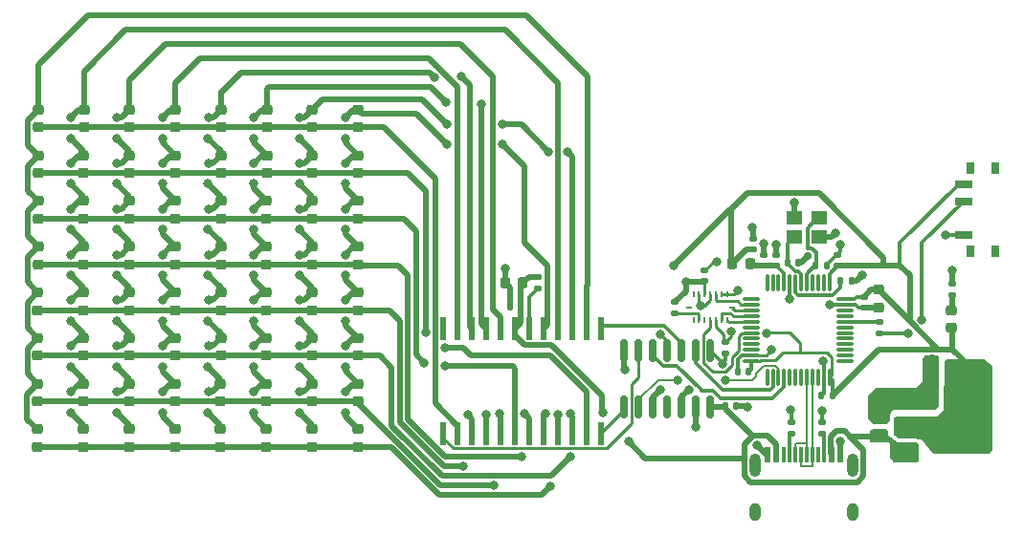
<source format=gbr>
%TF.GenerationSoftware,KiCad,Pcbnew,7.0.7*%
%TF.CreationDate,2026-01-29T00:22:59-05:00*%
%TF.ProjectId,sobc,736f6263-2e6b-4696-9361-645f70636258,rev?*%
%TF.SameCoordinates,Original*%
%TF.FileFunction,Copper,L1,Top*%
%TF.FilePolarity,Positive*%
%FSLAX46Y46*%
G04 Gerber Fmt 4.6, Leading zero omitted, Abs format (unit mm)*
G04 Created by KiCad (PCBNEW 7.0.7) date 2026-01-29 00:22:59*
%MOMM*%
%LPD*%
G01*
G04 APERTURE LIST*
G04 Aperture macros list*
%AMRoundRect*
0 Rectangle with rounded corners*
0 $1 Rounding radius*
0 $2 $3 $4 $5 $6 $7 $8 $9 X,Y pos of 4 corners*
0 Add a 4 corners polygon primitive as box body*
4,1,4,$2,$3,$4,$5,$6,$7,$8,$9,$2,$3,0*
0 Add four circle primitives for the rounded corners*
1,1,$1+$1,$2,$3*
1,1,$1+$1,$4,$5*
1,1,$1+$1,$6,$7*
1,1,$1+$1,$8,$9*
0 Add four rect primitives between the rounded corners*
20,1,$1+$1,$2,$3,$4,$5,0*
20,1,$1+$1,$4,$5,$6,$7,0*
20,1,$1+$1,$6,$7,$8,$9,0*
20,1,$1+$1,$8,$9,$2,$3,0*%
G04 Aperture macros list end*
%TA.AperFunction,SMDPad,CuDef*%
%ADD10RoundRect,0.218750X0.256250X-0.218750X0.256250X0.218750X-0.256250X0.218750X-0.256250X-0.218750X0*%
%TD*%
%TA.AperFunction,SMDPad,CuDef*%
%ADD11RoundRect,0.140000X0.170000X-0.140000X0.170000X0.140000X-0.170000X0.140000X-0.170000X-0.140000X0*%
%TD*%
%TA.AperFunction,SMDPad,CuDef*%
%ADD12RoundRect,0.135000X-0.185000X0.135000X-0.185000X-0.135000X0.185000X-0.135000X0.185000X0.135000X0*%
%TD*%
%TA.AperFunction,SMDPad,CuDef*%
%ADD13RoundRect,0.150000X-0.150000X0.835000X-0.150000X-0.835000X0.150000X-0.835000X0.150000X0.835000X0*%
%TD*%
%TA.AperFunction,SMDPad,CuDef*%
%ADD14RoundRect,0.135000X0.185000X-0.135000X0.185000X0.135000X-0.185000X0.135000X-0.185000X-0.135000X0*%
%TD*%
%TA.AperFunction,SMDPad,CuDef*%
%ADD15RoundRect,0.250000X0.475000X-0.250000X0.475000X0.250000X-0.475000X0.250000X-0.475000X-0.250000X0*%
%TD*%
%TA.AperFunction,SMDPad,CuDef*%
%ADD16RoundRect,0.140000X-0.140000X-0.170000X0.140000X-0.170000X0.140000X0.170000X-0.140000X0.170000X0*%
%TD*%
%TA.AperFunction,SMDPad,CuDef*%
%ADD17RoundRect,0.073750X0.221250X-0.951250X0.221250X0.951250X-0.221250X0.951250X-0.221250X-0.951250X0*%
%TD*%
%TA.AperFunction,SMDPad,CuDef*%
%ADD18R,2.000000X1.500000*%
%TD*%
%TA.AperFunction,SMDPad,CuDef*%
%ADD19R,2.000000X3.800000*%
%TD*%
%TA.AperFunction,SMDPad,CuDef*%
%ADD20RoundRect,0.225000X0.225000X0.250000X-0.225000X0.250000X-0.225000X-0.250000X0.225000X-0.250000X0*%
%TD*%
%TA.AperFunction,SMDPad,CuDef*%
%ADD21RoundRect,0.140000X-0.170000X0.140000X-0.170000X-0.140000X0.170000X-0.140000X0.170000X0.140000X0*%
%TD*%
%TA.AperFunction,SMDPad,CuDef*%
%ADD22RoundRect,0.218750X0.218750X0.256250X-0.218750X0.256250X-0.218750X-0.256250X0.218750X-0.256250X0*%
%TD*%
%TA.AperFunction,SMDPad,CuDef*%
%ADD23R,1.400000X1.200000*%
%TD*%
%TA.AperFunction,SMDPad,CuDef*%
%ADD24R,0.600000X1.450000*%
%TD*%
%TA.AperFunction,SMDPad,CuDef*%
%ADD25R,0.300000X1.450000*%
%TD*%
%TA.AperFunction,ComponentPad*%
%ADD26O,1.000000X2.100000*%
%TD*%
%TA.AperFunction,ComponentPad*%
%ADD27O,1.000000X1.600000*%
%TD*%
%TA.AperFunction,SMDPad,CuDef*%
%ADD28RoundRect,0.140000X0.140000X0.170000X-0.140000X0.170000X-0.140000X-0.170000X0.140000X-0.170000X0*%
%TD*%
%TA.AperFunction,SMDPad,CuDef*%
%ADD29R,0.250000X0.475000*%
%TD*%
%TA.AperFunction,SMDPad,CuDef*%
%ADD30R,0.475000X0.250000*%
%TD*%
%TA.AperFunction,SMDPad,CuDef*%
%ADD31RoundRect,0.218750X-0.256250X0.218750X-0.256250X-0.218750X0.256250X-0.218750X0.256250X0.218750X0*%
%TD*%
%TA.AperFunction,SMDPad,CuDef*%
%ADD32RoundRect,0.250000X0.250000X0.475000X-0.250000X0.475000X-0.250000X-0.475000X0.250000X-0.475000X0*%
%TD*%
%TA.AperFunction,SMDPad,CuDef*%
%ADD33RoundRect,0.225000X-0.250000X0.225000X-0.250000X-0.225000X0.250000X-0.225000X0.250000X0.225000X0*%
%TD*%
%TA.AperFunction,SMDPad,CuDef*%
%ADD34RoundRect,0.075000X-0.075000X0.662500X-0.075000X-0.662500X0.075000X-0.662500X0.075000X0.662500X0*%
%TD*%
%TA.AperFunction,SMDPad,CuDef*%
%ADD35RoundRect,0.075000X-0.662500X0.075000X-0.662500X-0.075000X0.662500X-0.075000X0.662500X0.075000X0*%
%TD*%
%TA.AperFunction,SMDPad,CuDef*%
%ADD36R,0.800000X1.000000*%
%TD*%
%TA.AperFunction,SMDPad,CuDef*%
%ADD37R,1.500000X0.700000*%
%TD*%
%TA.AperFunction,ViaPad*%
%ADD38C,0.800000*%
%TD*%
%TA.AperFunction,ViaPad*%
%ADD39C,0.700000*%
%TD*%
%TA.AperFunction,Conductor*%
%ADD40C,0.300000*%
%TD*%
%TA.AperFunction,Conductor*%
%ADD41C,0.500000*%
%TD*%
%TA.AperFunction,Conductor*%
%ADD42C,0.250000*%
%TD*%
%TA.AperFunction,Conductor*%
%ADD43C,0.200000*%
%TD*%
G04 APERTURE END LIST*
D10*
%TO.P,D18,1,K*%
%TO.N,/DIG2*%
X179845000Y-90575000D03*
%TO.P,D18,2,A*%
%TO.N,/SEGA*%
X179845000Y-89000000D03*
%TD*%
%TO.P,D17,1,K*%
%TO.N,/DIG1*%
X208165000Y-86525000D03*
%TO.P,D17,2,A*%
%TO.N,/SEGG*%
X208165000Y-84950000D03*
%TD*%
D11*
%TO.P,C3,1*%
%TO.N,+3.3V*%
X250575000Y-94703400D03*
%TO.P,C3,2*%
%TO.N,GND*%
X250575000Y-93743400D03*
%TD*%
D12*
%TO.P,R7,1*%
%TO.N,+3.3V*%
X236220000Y-97940000D03*
%TO.P,R7,2*%
%TO.N,Net-(U3-CSB1)*%
X236220000Y-98960000D03*
%TD*%
D13*
%TO.P,Level Shifter,1,1~{OE}*%
%TO.N,GND*%
X239345000Y-102288400D03*
%TO.P,Level Shifter,2,1A*%
%TO.N,/SPI2_SCK*%
X238075000Y-102288400D03*
%TO.P,Level Shifter,3,1Y*%
%TO.N,/SPI2_SCK5*%
X236805000Y-102288400D03*
%TO.P,Level Shifter,4,2~{OE}*%
%TO.N,GND*%
X235535000Y-102288400D03*
%TO.P,Level Shifter,5,2A*%
%TO.N,/SPI2_MOSI*%
X234265000Y-102288400D03*
%TO.P,Level Shifter,6,2Y*%
%TO.N,/SPI2_MOSI5*%
X232995000Y-102288400D03*
%TO.P,Level Shifter,7,GND*%
%TO.N,GND*%
X231725000Y-102288400D03*
%TO.P,Level Shifter,8,3Y*%
%TO.N,/SPI2_!CS5*%
X231725000Y-107238400D03*
%TO.P,Level Shifter,9,3A*%
%TO.N,/SPI2_!CS*%
X232995000Y-107238400D03*
%TO.P,Level Shifter,10,3~{OE}*%
%TO.N,GND*%
X234265000Y-107238400D03*
%TO.P,Level Shifter,11,4Y*%
%TO.N,unconnected-(U5-4Y-Pad11)*%
X235535000Y-107238400D03*
%TO.P,Level Shifter,12,4A*%
%TO.N,GND*%
X236805000Y-107238400D03*
%TO.P,Level Shifter,13,4~{OE}*%
X238075000Y-107238400D03*
%TO.P,Level Shifter,14,VCC*%
%TO.N,VBUS*%
X239345000Y-107238400D03*
%TD*%
D10*
%TO.P,D21,1,K*%
%TO.N,/DIG2*%
X191980000Y-90575000D03*
%TO.P,D21,2,A*%
%TO.N,/SEGD*%
X191980000Y-89000000D03*
%TD*%
%TO.P,D24,1,K*%
%TO.N,/DIG2*%
X204115000Y-90570000D03*
%TO.P,D24,2,A*%
%TO.N,/SEGF*%
X204115000Y-88995000D03*
%TD*%
%TO.P,D57,1,K*%
%TO.N,/DIG6*%
X208140000Y-106755000D03*
%TO.P,D57,2,A*%
%TO.N,/SEGG*%
X208140000Y-105180000D03*
%TD*%
D11*
%TO.P,C14,1*%
%TO.N,+3.3V*%
X238831600Y-96096400D03*
%TO.P,C14,2*%
%TO.N,GND*%
X238831600Y-95136400D03*
%TD*%
D10*
%TO.P,D33,1,K*%
%TO.N,/DIG3*%
X208155000Y-94620000D03*
%TO.P,D33,2,A*%
%TO.N,/SEGG*%
X208155000Y-93045000D03*
%TD*%
%TO.P,D36,1,K*%
%TO.N,/DIG4*%
X187925000Y-98665000D03*
%TO.P,D36,2,A*%
%TO.N,/SEGC*%
X187925000Y-97090000D03*
%TD*%
%TO.P,D50,1,K*%
%TO.N,/DIG6*%
X179825000Y-106760000D03*
%TO.P,D50,2,A*%
%TO.N,/SEGA*%
X179825000Y-105185000D03*
%TD*%
D14*
%TO.P,R3,1*%
%TO.N,Net-(J3-CC1)*%
X246502400Y-109588400D03*
%TO.P,R3,2*%
%TO.N,GND*%
X246502400Y-108568400D03*
%TD*%
D10*
%TO.P,D23,1,K*%
%TO.N,/DIG2*%
X200070000Y-90570000D03*
%TO.P,D23,2,A*%
%TO.N,/SEGE*%
X200070000Y-88995000D03*
%TD*%
%TO.P,D3,1,K*%
%TO.N,/DIG0*%
X183900000Y-82480000D03*
%TO.P,D3,2,A*%
%TO.N,/SEGB*%
X183900000Y-80905000D03*
%TD*%
D15*
%TO.P,C12,1*%
%TO.N,VBUS*%
X254275000Y-109843400D03*
%TO.P,C12,2*%
%TO.N,GND*%
X254275000Y-107943400D03*
%TD*%
D10*
%TO.P,D6,1,K*%
%TO.N,/DIG0*%
X196035000Y-82480000D03*
%TO.P,D6,2,A*%
%TO.N,/SEGDP*%
X196035000Y-80905000D03*
%TD*%
%TO.P,D41,1,K*%
%TO.N,/DIG4*%
X208150000Y-98665000D03*
%TO.P,D41,2,A*%
%TO.N,/SEGG*%
X208150000Y-97090000D03*
%TD*%
D16*
%TO.P,C11,1*%
%TO.N,/HSE_OUT*%
X246185000Y-94483400D03*
%TO.P,C11,2*%
%TO.N,GND*%
X247145000Y-94483400D03*
%TD*%
D14*
%TO.P,R2,1*%
%TO.N,Net-(J3-CC2)*%
X249194800Y-109588400D03*
%TO.P,R2,2*%
%TO.N,GND*%
X249194800Y-108568400D03*
%TD*%
D17*
%TO.P,MAX7219,1,DIN*%
%TO.N,/SPI2_MOSI5*%
X215724600Y-109575400D03*
%TO.P,MAX7219,2,DIG_0*%
%TO.N,/DIG0*%
X216994600Y-109575400D03*
%TO.P,MAX7219,3,DIG_4*%
%TO.N,/DIG4*%
X218264600Y-109575400D03*
%TO.P,MAX7219,4,GND*%
%TO.N,GND*%
X219534600Y-109575400D03*
%TO.P,MAX7219,5,DIG_6*%
%TO.N,/DIG6*%
X220804600Y-109575400D03*
%TO.P,MAX7219,6,DIG_2*%
%TO.N,/DIG2*%
X222074600Y-109575400D03*
%TO.P,MAX7219,7,DIG_3*%
%TO.N,/DIG3*%
X223344600Y-109575400D03*
%TO.P,MAX7219,8,DIG_7*%
%TO.N,/DIG7*%
X224614600Y-109575400D03*
%TO.P,MAX7219,9,GND__1*%
%TO.N,GND*%
X225884600Y-109575400D03*
%TO.P,MAX7219,10,DIG_5*%
%TO.N,/DIG5*%
X227154600Y-109575400D03*
%TO.P,MAX7219,11,DIG_1*%
%TO.N,/DIG1*%
X228424600Y-109575400D03*
%TO.P,MAX7219,12,LOAD*%
%TO.N,/SPI2_!CS5*%
X229694600Y-109575400D03*
%TO.P,MAX7219,13,CLK*%
%TO.N,/SPI2_SCK5*%
X229694600Y-100265400D03*
%TO.P,MAX7219,14,SEG_A*%
%TO.N,/SEGA*%
X228424600Y-100265400D03*
%TO.P,MAX7219,15,SEG_F*%
%TO.N,/SEGF*%
X227154600Y-100265400D03*
%TO.P,MAX7219,16,SEG_B*%
%TO.N,/SEGB*%
X225884600Y-100265400D03*
%TO.P,MAX7219,17,SEG_G*%
%TO.N,/SEGG*%
X224614600Y-100265400D03*
%TO.P,MAX7219,18,ISET*%
%TO.N,Net-(U4-ISET)*%
X223344600Y-100265400D03*
%TO.P,MAX7219,19,V+*%
%TO.N,VBUS*%
X222074600Y-100265400D03*
%TO.P,MAX7219,20,SEG_C*%
%TO.N,/SEGC*%
X220804600Y-100265400D03*
%TO.P,MAX7219,21,SEG_E*%
%TO.N,/SEGE*%
X219534600Y-100265400D03*
%TO.P,MAX7219,22,SEG_DP*%
%TO.N,/SEGDP*%
X218264600Y-100265400D03*
%TO.P,MAX7219,23,SEG_D*%
%TO.N,/SEGD*%
X216994600Y-100265400D03*
%TO.P,MAX7219,24,DOUT*%
%TO.N,unconnected-(U4-DOUT-Pad24)*%
X215724600Y-100265400D03*
%TD*%
D10*
%TO.P,D34,1,K*%
%TO.N,/DIG4*%
X179835000Y-98665000D03*
%TO.P,D34,2,A*%
%TO.N,/SEGA*%
X179835000Y-97090000D03*
%TD*%
%TO.P,D55,1,K*%
%TO.N,/DIG6*%
X200050000Y-106760000D03*
%TO.P,D55,2,A*%
%TO.N,/SEGE*%
X200050000Y-105185000D03*
%TD*%
D18*
%TO.P,AMS1117,1,GND*%
%TO.N,GND*%
X256605000Y-106663400D03*
%TO.P,AMS1117,2,VO*%
%TO.N,+3.3V*%
X256605000Y-108963400D03*
D19*
X262905000Y-108963400D03*
D18*
%TO.P,AMS1117,3,VI*%
%TO.N,VBUS*%
X256605000Y-111263400D03*
%TD*%
D10*
%TO.P,D56,1,K*%
%TO.N,/DIG6*%
X204095000Y-106755000D03*
%TO.P,D56,2,A*%
%TO.N,/SEGF*%
X204095000Y-105180000D03*
%TD*%
%TO.P,D9,1,K*%
%TO.N,/DIG0*%
X208170000Y-82480000D03*
%TO.P,D9,2,A*%
%TO.N,/SEGG*%
X208170000Y-80905000D03*
%TD*%
%TO.P,D30,1,K*%
%TO.N,/DIG3*%
X196020000Y-94620000D03*
%TO.P,D30,2,A*%
%TO.N,/SEGDP*%
X196020000Y-93045000D03*
%TD*%
%TO.P,D52,1,K*%
%TO.N,/DIG6*%
X187915000Y-106760000D03*
%TO.P,D52,2,A*%
%TO.N,/SEGC*%
X187915000Y-105185000D03*
%TD*%
%TO.P,D28,1,K*%
%TO.N,/DIG3*%
X187930000Y-94620000D03*
%TO.P,D28,2,A*%
%TO.N,/SEGC*%
X187930000Y-93045000D03*
%TD*%
%TO.P,D35,1,K*%
%TO.N,/DIG4*%
X183880000Y-98665000D03*
%TO.P,D35,2,A*%
%TO.N,/SEGB*%
X183880000Y-97090000D03*
%TD*%
%TO.P,D5,1,K*%
%TO.N,/DIG0*%
X191990000Y-82480000D03*
%TO.P,D5,2,A*%
%TO.N,/SEGD*%
X191990000Y-80905000D03*
%TD*%
%TO.P,D63,1,K*%
%TO.N,/DIG7*%
X200045000Y-110805000D03*
%TO.P,D63,2,A*%
%TO.N,/SEGE*%
X200045000Y-109230000D03*
%TD*%
D11*
%TO.P,C7,1*%
%TO.N,+3.3VA*%
X244095000Y-94733400D03*
%TO.P,C7,2*%
%TO.N,GND*%
X244095000Y-93773400D03*
%TD*%
D10*
%TO.P,D62,1,K*%
%TO.N,/DIG7*%
X196000000Y-110805000D03*
%TO.P,D62,2,A*%
%TO.N,/SEGDP*%
X196000000Y-109230000D03*
%TD*%
D20*
%TO.P,C16,1*%
%TO.N,VBUS*%
X222744600Y-96280400D03*
%TO.P,C16,2*%
%TO.N,GND*%
X221194600Y-96280400D03*
%TD*%
D10*
%TO.P,D31,1,K*%
%TO.N,/DIG3*%
X200065000Y-94620000D03*
%TO.P,D31,2,A*%
%TO.N,/SEGE*%
X200065000Y-93045000D03*
%TD*%
%TO.P,D8,1,K*%
%TO.N,/DIG0*%
X204125000Y-82480000D03*
%TO.P,D8,2,A*%
%TO.N,/SEGF*%
X204125000Y-80905000D03*
%TD*%
D21*
%TO.P,C15,1*%
%TO.N,+3.3V*%
X240685000Y-101513400D03*
%TO.P,C15,2*%
%TO.N,GND*%
X240685000Y-102473400D03*
%TD*%
D10*
%TO.P,D65,1,K*%
%TO.N,/DIG7*%
X208135000Y-110805000D03*
%TO.P,D65,2,A*%
%TO.N,/SEGG*%
X208135000Y-109230000D03*
%TD*%
D16*
%TO.P,C9,1*%
%TO.N,/NRST*%
X250848400Y-96099000D03*
%TO.P,C9,2*%
%TO.N,GND*%
X251808400Y-96099000D03*
%TD*%
D10*
%TO.P,D44,1,K*%
%TO.N,/DIG5*%
X187920000Y-102715000D03*
%TO.P,D44,2,A*%
%TO.N,/SEGC*%
X187920000Y-101140000D03*
%TD*%
D11*
%TO.P,C8,1*%
%TO.N,+3.3V*%
X243085000Y-93283400D03*
%TO.P,C8,2*%
%TO.N,GND*%
X243085000Y-92323400D03*
%TD*%
D10*
%TO.P,D61,1,K*%
%TO.N,/DIG7*%
X191955000Y-110805000D03*
%TO.P,D61,2,A*%
%TO.N,/SEGD*%
X191955000Y-109230000D03*
%TD*%
%TO.P,D54,1,K*%
%TO.N,/DIG6*%
X196005000Y-106760000D03*
%TO.P,D54,2,A*%
%TO.N,/SEGDP*%
X196005000Y-105185000D03*
%TD*%
%TO.P,D60,1,K*%
%TO.N,/DIG7*%
X187910000Y-110805000D03*
%TO.P,D60,2,A*%
%TO.N,/SEGC*%
X187910000Y-109230000D03*
%TD*%
D22*
%TO.P,FB1,1*%
%TO.N,+3.3VA*%
X242862500Y-94553400D03*
%TO.P,FB1,2*%
%TO.N,+3.3V*%
X241287500Y-94553400D03*
%TD*%
D10*
%TO.P,D19,1,K*%
%TO.N,/DIG2*%
X183890000Y-90575000D03*
%TO.P,D19,2,A*%
%TO.N,/SEGB*%
X183890000Y-89000000D03*
%TD*%
%TO.P,D32,1,K*%
%TO.N,/DIG3*%
X204110000Y-94620000D03*
%TO.P,D32,2,A*%
%TO.N,/SEGF*%
X204110000Y-93045000D03*
%TD*%
D23*
%TO.P,Y1,1,1*%
%TO.N,/HSE_IN*%
X248975000Y-90503400D03*
%TO.P,Y1,2,2*%
%TO.N,GND*%
X246775000Y-90503400D03*
%TO.P,Y1,3,3*%
%TO.N,/HSE_OUT*%
X246775000Y-92203400D03*
%TO.P,Y1,4,4*%
%TO.N,GND*%
X248975000Y-92203400D03*
%TD*%
D10*
%TO.P,D40,1,K*%
%TO.N,/DIG4*%
X204105000Y-98665000D03*
%TO.P,D40,2,A*%
%TO.N,/SEGF*%
X204105000Y-97090000D03*
%TD*%
D14*
%TO.P,R5,1*%
%TO.N,/PWR_LED*%
X260695000Y-97303400D03*
%TO.P,R5,2*%
%TO.N,GND*%
X260695000Y-96283400D03*
%TD*%
D10*
%TO.P,D10,1,K*%
%TO.N,/DIG1*%
X179850000Y-86530000D03*
%TO.P,D10,2,A*%
%TO.N,/SEGA*%
X179850000Y-84955000D03*
%TD*%
D24*
%TO.P,J3,A1,GND*%
%TO.N,GND*%
X244370000Y-111485000D03*
%TO.P,J3,A4,VBUS*%
%TO.N,VBUS*%
X245170000Y-111485000D03*
D25*
%TO.P,J3,A5,CC1*%
%TO.N,Net-(J3-CC1)*%
X246370000Y-111485000D03*
%TO.P,J3,A6,D+*%
%TO.N,/USB_D+*%
X247370000Y-111485000D03*
%TO.P,J3,A7,D-*%
%TO.N,/USB_D-*%
X247870000Y-111485000D03*
%TO.P,J3,A8,SBU1*%
%TO.N,unconnected-(J3-SBU1-PadA8)*%
X248870000Y-111485000D03*
D24*
%TO.P,J3,A9,VBUS*%
%TO.N,VBUS*%
X250070000Y-111485000D03*
%TO.P,J3,A12,GND*%
%TO.N,GND*%
X250870000Y-111485000D03*
%TO.P,J3,B1,GND*%
X250870000Y-111485000D03*
%TO.P,J3,B4,VBUS*%
%TO.N,VBUS*%
X250070000Y-111485000D03*
D25*
%TO.P,J3,B5,CC2*%
%TO.N,Net-(J3-CC2)*%
X249370000Y-111485000D03*
%TO.P,J3,B6,D+*%
%TO.N,/USB_D+*%
X248370000Y-111485000D03*
%TO.P,J3,B7,D-*%
%TO.N,/USB_D-*%
X246870000Y-111485000D03*
%TO.P,J3,B8,SBU2*%
%TO.N,unconnected-(J3-SBU2-PadB8)*%
X245870000Y-111485000D03*
D24*
%TO.P,J3,B9,VBUS*%
%TO.N,VBUS*%
X245170000Y-111485000D03*
%TO.P,J3,B12,GND*%
%TO.N,GND*%
X244370000Y-111485000D03*
D26*
%TO.P,J3,S1,SHIELD*%
X243300000Y-112400000D03*
D27*
X243300000Y-116580000D03*
D26*
X251940000Y-112400000D03*
D27*
X251940000Y-116580000D03*
%TD*%
D10*
%TO.P,D53,1,K*%
%TO.N,/DIG6*%
X191960000Y-106760000D03*
%TO.P,D53,2,A*%
%TO.N,/SEGD*%
X191960000Y-105185000D03*
%TD*%
D16*
%TO.P,C18,1*%
%TO.N,VBUS*%
X240655000Y-107203400D03*
%TO.P,C18,2*%
%TO.N,GND*%
X241615000Y-107203400D03*
%TD*%
D21*
%TO.P,C1,1*%
%TO.N,+3.3V*%
X252903200Y-97473200D03*
%TO.P,C1,2*%
%TO.N,GND*%
X252903200Y-98433200D03*
%TD*%
D10*
%TO.P,D64,1,K*%
%TO.N,/DIG7*%
X204090000Y-110805000D03*
%TO.P,D64,2,A*%
%TO.N,/SEGF*%
X204090000Y-109230000D03*
%TD*%
D28*
%TO.P,C2,1*%
%TO.N,+3.3V*%
X250132000Y-106233600D03*
%TO.P,C2,2*%
%TO.N,GND*%
X249172000Y-106233600D03*
%TD*%
D29*
%TO.P,U3,1,INT2*%
%TO.N,unconnected-(U3-INT2-Pad1)*%
X237839600Y-97250400D03*
%TO.P,U3,2,NC*%
%TO.N,GND*%
X238339600Y-97250400D03*
%TO.P,U3,3,VDD*%
%TO.N,+3.3V*%
X238839600Y-97250400D03*
%TO.P,U3,4,GNDA*%
%TO.N,GND*%
X239339600Y-97250400D03*
%TO.P,U3,5,CSB2*%
%TO.N,/SPI1_!CS_GYR*%
X239839600Y-97250400D03*
%TO.P,U3,6,GNDIO*%
%TO.N,GND*%
X240339600Y-97250400D03*
%TO.P,U3,7,PS*%
X240839600Y-97250400D03*
D30*
%TO.P,U3,8,SCL/SCK*%
%TO.N,/SPI1_SCK*%
X241249600Y-98400400D03*
D29*
%TO.P,U3,9,SDA/SDI*%
%TO.N,/SPI1_MOSI*%
X240839600Y-99560400D03*
%TO.P,U3,10,SDO2*%
%TO.N,/SPI1_MISO*%
X240339600Y-99560400D03*
%TO.P,U3,11,VDDIO*%
%TO.N,+3.3V*%
X239839600Y-99560400D03*
%TO.P,U3,12,INT3*%
%TO.N,/INT_GYR*%
X239339600Y-99570400D03*
%TO.P,U3,13,INT4*%
%TO.N,unconnected-(U3-INT4-Pad13)*%
X238839600Y-99570400D03*
%TO.P,U3,14,CSB1*%
%TO.N,Net-(U3-CSB1)*%
X238339600Y-99570400D03*
%TO.P,U3,15,SDO1*%
%TO.N,unconnected-(U3-SDO1-Pad15)*%
X237839600Y-99570400D03*
D30*
%TO.P,U3,16,INT1*%
%TO.N,unconnected-(U3-INT1-Pad16)*%
X237429600Y-98410400D03*
%TD*%
D10*
%TO.P,D48,1,K*%
%TO.N,/DIG5*%
X204100000Y-102710000D03*
%TO.P,D48,2,A*%
%TO.N,/SEGF*%
X204100000Y-101135000D03*
%TD*%
%TO.P,D29,1,K*%
%TO.N,/DIG3*%
X191975000Y-94620000D03*
%TO.P,D29,2,A*%
%TO.N,/SEGD*%
X191975000Y-93045000D03*
%TD*%
%TO.P,D15,1,K*%
%TO.N,/DIG1*%
X200075000Y-86525000D03*
%TO.P,D15,2,A*%
%TO.N,/SEGE*%
X200075000Y-84950000D03*
%TD*%
%TO.P,D45,1,K*%
%TO.N,/DIG5*%
X191965000Y-102710000D03*
%TO.P,D45,2,A*%
%TO.N,/SEGD*%
X191965000Y-101135000D03*
%TD*%
D12*
%TO.P,R6,1*%
%TO.N,VBUS*%
X224109600Y-95705400D03*
%TO.P,R6,2*%
%TO.N,Net-(U4-ISET)*%
X224109600Y-96725400D03*
%TD*%
D10*
%TO.P,D43,1,K*%
%TO.N,/DIG5*%
X183875000Y-102715000D03*
%TO.P,D43,2,A*%
%TO.N,/SEGB*%
X183875000Y-101140000D03*
%TD*%
%TO.P,D59,1,K*%
%TO.N,/DIG7*%
X183865000Y-110805000D03*
%TO.P,D59,2,A*%
%TO.N,/SEGB*%
X183865000Y-109230000D03*
%TD*%
%TO.P,D51,1,K*%
%TO.N,/DIG6*%
X183870000Y-106760000D03*
%TO.P,D51,2,A*%
%TO.N,/SEGB*%
X183870000Y-105185000D03*
%TD*%
D31*
%TO.P,D1,1,K*%
%TO.N,/PWR_LED*%
X260665000Y-98655900D03*
%TO.P,D1,2,A*%
%TO.N,+3.3V*%
X260665000Y-100230900D03*
%TD*%
D10*
%TO.P,D26,1,K*%
%TO.N,/DIG3*%
X179840000Y-94620000D03*
%TO.P,D26,2,A*%
%TO.N,/SEGA*%
X179840000Y-93045000D03*
%TD*%
%TO.P,D22,1,K*%
%TO.N,/DIG2*%
X196025000Y-90575000D03*
%TO.P,D22,2,A*%
%TO.N,/SEGDP*%
X196025000Y-89000000D03*
%TD*%
%TO.P,D47,1,K*%
%TO.N,/DIG5*%
X200055000Y-102710000D03*
%TO.P,D47,2,A*%
%TO.N,/SEGE*%
X200055000Y-101135000D03*
%TD*%
%TO.P,D27,1,K*%
%TO.N,/DIG3*%
X183885000Y-94620000D03*
%TO.P,D27,2,A*%
%TO.N,/SEGB*%
X183885000Y-93045000D03*
%TD*%
D32*
%TO.P,C13,1*%
%TO.N,+3.3V*%
X260795000Y-104163400D03*
%TO.P,C13,2*%
%TO.N,GND*%
X258895000Y-104163400D03*
%TD*%
D14*
%TO.P,R1,1*%
%TO.N,/SW_BOOT0*%
X254325600Y-100698400D03*
%TO.P,R1,2*%
%TO.N,/BOOT0*%
X254325600Y-99678400D03*
%TD*%
D10*
%TO.P,D25,1,K*%
%TO.N,/DIG2*%
X208160000Y-90570000D03*
%TO.P,D25,2,A*%
%TO.N,/SEGG*%
X208160000Y-88995000D03*
%TD*%
D33*
%TO.P,C5,1*%
%TO.N,+3.3V*%
X254224000Y-96873400D03*
%TO.P,C5,2*%
%TO.N,GND*%
X254224000Y-98423400D03*
%TD*%
D10*
%TO.P,D42,1,K*%
%TO.N,/DIG5*%
X179830000Y-102715000D03*
%TO.P,D42,2,A*%
%TO.N,/SEGA*%
X179830000Y-101140000D03*
%TD*%
%TO.P,D14,1,K*%
%TO.N,/DIG1*%
X196030000Y-86525000D03*
%TO.P,D14,2,A*%
%TO.N,/SEGDP*%
X196030000Y-84950000D03*
%TD*%
%TO.P,D39,1,K*%
%TO.N,/DIG4*%
X200060000Y-98665000D03*
%TO.P,D39,2,A*%
%TO.N,/SEGE*%
X200060000Y-97090000D03*
%TD*%
%TO.P,D49,1,K*%
%TO.N,/DIG5*%
X208145000Y-102710000D03*
%TO.P,D49,2,A*%
%TO.N,/SEGG*%
X208145000Y-101135000D03*
%TD*%
%TO.P,D46,1,K*%
%TO.N,/DIG5*%
X196010000Y-102710000D03*
%TO.P,D46,2,A*%
%TO.N,/SEGDP*%
X196010000Y-101135000D03*
%TD*%
D34*
%TO.P,U6,1,VDD*%
%TO.N,+3.3V*%
X249862000Y-96279900D03*
%TO.P,U6,2,PC13*%
%TO.N,unconnected-(U6-PC13-Pad2)*%
X249362000Y-96279900D03*
%TO.P,U6,3,PC14*%
%TO.N,unconnected-(U6-PC14-Pad3)*%
X248862000Y-96279900D03*
%TO.P,U6,4,PC15*%
%TO.N,unconnected-(U6-PC15-Pad4)*%
X248362000Y-96279900D03*
%TO.P,U6,5,PF0*%
%TO.N,/HSE_IN*%
X247862000Y-96279900D03*
%TO.P,U6,6,PF1*%
%TO.N,/HSE_OUT*%
X247362000Y-96279900D03*
%TO.P,U6,7,NRST*%
%TO.N,/NRST*%
X246862000Y-96279900D03*
%TO.P,U6,8,VSSA*%
%TO.N,GND*%
X246362000Y-96279900D03*
%TO.P,U6,9,VDDA*%
%TO.N,+3.3VA*%
X245862000Y-96279900D03*
%TO.P,U6,10,PA0*%
%TO.N,unconnected-(U6-PA0-Pad10)*%
X245362000Y-96279900D03*
%TO.P,U6,11,PA1*%
%TO.N,unconnected-(U6-PA1-Pad11)*%
X244862000Y-96279900D03*
%TO.P,U6,12,PA2*%
%TO.N,unconnected-(U6-PA2-Pad12)*%
X244362000Y-96279900D03*
D35*
%TO.P,U6,13,PA3*%
%TO.N,unconnected-(U6-PA3-Pad13)*%
X242949500Y-97692400D03*
%TO.P,U6,14,PA4*%
%TO.N,/SPI1_!CS_GYR*%
X242949500Y-98192400D03*
%TO.P,U6,15,PA5*%
%TO.N,/SPI1_SCK*%
X242949500Y-98692400D03*
%TO.P,U6,16,PA6*%
%TO.N,/SPI1_MISO*%
X242949500Y-99192400D03*
%TO.P,U6,17,PA7*%
%TO.N,/SPI1_MOSI*%
X242949500Y-99692400D03*
%TO.P,U6,18,PB0*%
%TO.N,unconnected-(U6-PB0-Pad18)*%
X242949500Y-100192400D03*
%TO.P,U6,19,PB1*%
%TO.N,/INT_GYR*%
X242949500Y-100692400D03*
%TO.P,U6,20,PB2*%
%TO.N,unconnected-(U6-PB2-Pad20)*%
X242949500Y-101192400D03*
%TO.P,U6,21,PB10*%
%TO.N,unconnected-(U6-PB10-Pad21)*%
X242949500Y-101692400D03*
%TO.P,U6,22,PB11*%
%TO.N,unconnected-(U6-PB11-Pad22)*%
X242949500Y-102192400D03*
%TO.P,U6,23,VSS*%
%TO.N,GND*%
X242949500Y-102692400D03*
%TO.P,U6,24,VDD*%
%TO.N,+3.3V*%
X242949500Y-103192400D03*
D34*
%TO.P,U6,25,PB12*%
%TO.N,unconnected-(U6-PB12-Pad25)*%
X244362000Y-104604900D03*
%TO.P,U6,26,PB13*%
%TO.N,/SPI2_SCK*%
X244862000Y-104604900D03*
%TO.P,U6,27,PB14*%
%TO.N,/SPI2_!CS*%
X245362000Y-104604900D03*
%TO.P,U6,28,PB15*%
%TO.N,/SPI2_MOSI*%
X245862000Y-104604900D03*
%TO.P,U6,29,PA8*%
%TO.N,unconnected-(U6-PA8-Pad29)*%
X246362000Y-104604900D03*
%TO.P,U6,30,PA9*%
%TO.N,unconnected-(U6-PA9-Pad30)*%
X246862000Y-104604900D03*
%TO.P,U6,31,PA10*%
%TO.N,unconnected-(U6-PA10-Pad31)*%
X247362000Y-104604900D03*
%TO.P,U6,32,PA11*%
%TO.N,/USB_D-*%
X247862000Y-104604900D03*
%TO.P,U6,33,PA12*%
%TO.N,/USB_D+*%
X248362000Y-104604900D03*
%TO.P,U6,34,PA13*%
%TO.N,unconnected-(U6-PA13-Pad34)*%
X248862000Y-104604900D03*
%TO.P,U6,35,VSS*%
%TO.N,GND*%
X249362000Y-104604900D03*
%TO.P,U6,36,VDD*%
%TO.N,+3.3V*%
X249862000Y-104604900D03*
D35*
%TO.P,U6,37,PA14*%
%TO.N,unconnected-(U6-PA14-Pad37)*%
X251274500Y-103192400D03*
%TO.P,U6,38,PA15*%
%TO.N,unconnected-(U6-PA15-Pad38)*%
X251274500Y-102692400D03*
%TO.P,U6,39,PB3*%
%TO.N,unconnected-(U6-PB3-Pad39)*%
X251274500Y-102192400D03*
%TO.P,U6,40,PB4*%
%TO.N,unconnected-(U6-PB4-Pad40)*%
X251274500Y-101692400D03*
%TO.P,U6,41,PB5*%
%TO.N,unconnected-(U6-PB5-Pad41)*%
X251274500Y-101192400D03*
%TO.P,U6,42,PB6*%
%TO.N,unconnected-(U6-PB6-Pad42)*%
X251274500Y-100692400D03*
%TO.P,U6,43,PB7*%
%TO.N,unconnected-(U6-PB7-Pad43)*%
X251274500Y-100192400D03*
%TO.P,U6,44,BOOT0*%
%TO.N,/BOOT0*%
X251274500Y-99692400D03*
%TO.P,U6,45,PB8*%
%TO.N,unconnected-(U6-PB8-Pad45)*%
X251274500Y-99192400D03*
%TO.P,U6,46,PB9*%
%TO.N,unconnected-(U6-PB9-Pad46)*%
X251274500Y-98692400D03*
%TO.P,U6,47,VSS*%
%TO.N,GND*%
X251274500Y-98192400D03*
%TO.P,U6,48,VDD*%
%TO.N,+3.3V*%
X251274500Y-97692400D03*
%TD*%
D10*
%TO.P,D16,1,K*%
%TO.N,/DIG1*%
X204120000Y-86525000D03*
%TO.P,D16,2,A*%
%TO.N,/SEGF*%
X204120000Y-84950000D03*
%TD*%
D36*
%TO.P,SW1,*%
%TO.N,*%
X262370000Y-93420000D03*
X264580000Y-93420000D03*
X262370000Y-86120000D03*
X264580000Y-86120000D03*
D37*
%TO.P,SW1,1,A*%
%TO.N,GND*%
X261720000Y-92020000D03*
%TO.P,SW1,2,B*%
%TO.N,/SW_BOOT0*%
X261720000Y-89020000D03*
%TO.P,SW1,3,C*%
%TO.N,+3.3V*%
X261720000Y-87520000D03*
%TD*%
D10*
%TO.P,D2,1,K*%
%TO.N,/DIG0*%
X179855000Y-82480000D03*
%TO.P,D2,2,A*%
%TO.N,/SEGA*%
X179855000Y-80905000D03*
%TD*%
%TO.P,D4,1,K*%
%TO.N,/DIG0*%
X187945000Y-82480000D03*
%TO.P,D4,2,A*%
%TO.N,/SEGC*%
X187945000Y-80905000D03*
%TD*%
%TO.P,D12,1,K*%
%TO.N,/DIG1*%
X187940000Y-86525000D03*
%TO.P,D12,2,A*%
%TO.N,/SEGC*%
X187940000Y-84950000D03*
%TD*%
D16*
%TO.P,C10,1*%
%TO.N,/HSE_IN*%
X248645000Y-94723400D03*
%TO.P,C10,2*%
%TO.N,GND*%
X249605000Y-94723400D03*
%TD*%
D10*
%TO.P,D20,1,K*%
%TO.N,/DIG2*%
X187935000Y-90575000D03*
%TO.P,D20,2,A*%
%TO.N,/SEGC*%
X187935000Y-89000000D03*
%TD*%
D28*
%TO.P,C17,1*%
%TO.N,VBUS*%
X222539600Y-98320400D03*
%TO.P,C17,2*%
%TO.N,GND*%
X221579600Y-98320400D03*
%TD*%
D10*
%TO.P,D11,1,K*%
%TO.N,/DIG1*%
X183895000Y-86530000D03*
%TO.P,D11,2,A*%
%TO.N,/SEGB*%
X183895000Y-84955000D03*
%TD*%
%TO.P,D58,1,K*%
%TO.N,/DIG7*%
X179820000Y-110805000D03*
%TO.P,D58,2,A*%
%TO.N,/SEGA*%
X179820000Y-109230000D03*
%TD*%
%TO.P,D37,1,K*%
%TO.N,/DIG4*%
X191970000Y-98665000D03*
%TO.P,D37,2,A*%
%TO.N,/SEGD*%
X191970000Y-97090000D03*
%TD*%
%TO.P,D38,1,K*%
%TO.N,/DIG4*%
X196015000Y-98665000D03*
%TO.P,D38,2,A*%
%TO.N,/SEGDP*%
X196015000Y-97090000D03*
%TD*%
%TO.P,D13,1,K*%
%TO.N,/DIG1*%
X191985000Y-86525000D03*
%TO.P,D13,2,A*%
%TO.N,/SEGD*%
X191985000Y-84950000D03*
%TD*%
D11*
%TO.P,C6,1*%
%TO.N,+3.3VA*%
X245181600Y-94724800D03*
%TO.P,C6,2*%
%TO.N,GND*%
X245181600Y-93764800D03*
%TD*%
D10*
%TO.P,D7,1,K*%
%TO.N,/DIG0*%
X200080000Y-82480000D03*
%TO.P,D7,2,A*%
%TO.N,/SEGE*%
X200080000Y-80905000D03*
%TD*%
D28*
%TO.P,C4,1*%
%TO.N,+3.3V*%
X242735000Y-104133400D03*
%TO.P,C4,2*%
%TO.N,GND*%
X241775000Y-104133400D03*
%TD*%
D38*
%TO.N,+3.3V*%
X237195000Y-96123400D03*
X236115000Y-94733400D03*
X244325000Y-100733400D03*
X241195000Y-100553400D03*
%TO.N,GND*%
X219529600Y-107890400D03*
D39*
X247985000Y-93873400D03*
D38*
X249875000Y-98173400D03*
X221210000Y-94940000D03*
X244765000Y-102173400D03*
D39*
X258005000Y-106963400D03*
D38*
X246755000Y-89163400D03*
X234885000Y-105763400D03*
X238080000Y-109010000D03*
X231745000Y-103963400D03*
D39*
X254785000Y-106713400D03*
X253755000Y-106713400D03*
D38*
X250865000Y-92833400D03*
D39*
X258005000Y-106023400D03*
D38*
X246325000Y-97713400D03*
X241770000Y-96900000D03*
X240385000Y-103403400D03*
X242655000Y-107213400D03*
X252745000Y-95593400D03*
X260715000Y-95173400D03*
X238470000Y-98260000D03*
X234899600Y-100770400D03*
X237425000Y-105723400D03*
X225889600Y-107890400D03*
X243485000Y-110643400D03*
X243080000Y-91360000D03*
X250445000Y-91843400D03*
X260110000Y-92030000D03*
X244090000Y-92790000D03*
X239865000Y-94353400D03*
X249185000Y-107593400D03*
X250865000Y-110253400D03*
X249345000Y-103173400D03*
X245165000Y-92823400D03*
X246465000Y-107513400D03*
D39*
X258925000Y-102953400D03*
D38*
%TO.N,VBUS*%
X232079600Y-110280400D03*
X229799600Y-107730400D03*
%TO.N,/SEGB*%
X182780000Y-89700000D03*
X182780000Y-93750000D03*
X182780000Y-85650000D03*
X182770000Y-103670000D03*
X182770000Y-95570000D03*
X182780000Y-81599500D03*
X182770000Y-91520000D03*
X182770000Y-87470000D03*
X182780000Y-101850000D03*
X182770000Y-83419500D03*
X182770000Y-107720000D03*
X182770000Y-99620000D03*
X182780000Y-97800000D03*
X182780000Y-105900000D03*
%TO.N,/SEGC*%
X186825000Y-101850500D03*
X186825000Y-97800500D03*
X186815000Y-91520500D03*
X186815000Y-107720500D03*
X186825000Y-93750500D03*
X186815000Y-99620500D03*
X186820000Y-85649500D03*
X186825000Y-105900500D03*
X186815000Y-83420500D03*
X186815000Y-103670500D03*
X186825000Y-81600500D03*
X186825000Y-89700500D03*
X186815000Y-95570500D03*
X186810000Y-87469500D03*
%TO.N,/SEGD*%
X190855000Y-107725000D03*
X190860000Y-85654000D03*
X190865000Y-105905000D03*
X190865000Y-101855000D03*
X190865000Y-97805000D03*
X190850000Y-87474000D03*
X190865000Y-89705000D03*
X190855000Y-83425000D03*
X190855000Y-91525000D03*
X190865000Y-93755000D03*
X190855000Y-103675000D03*
X190855000Y-99625000D03*
X190855000Y-95575000D03*
X190865000Y-81605000D03*
%TO.N,/SEGDP*%
X194915000Y-101855000D03*
X194905000Y-99625000D03*
X194910000Y-85654000D03*
X194915000Y-93755000D03*
X194915000Y-89705000D03*
X194905000Y-107725000D03*
X194905000Y-91525000D03*
X194915000Y-105905000D03*
X194915000Y-97805000D03*
X194905000Y-95575000D03*
X194900000Y-87474000D03*
X194905000Y-83425000D03*
X217305688Y-77984312D03*
X194915000Y-81605000D03*
X194905000Y-103675000D03*
X214950000Y-78039500D03*
%TO.N,/SEGE*%
X215930000Y-80210000D03*
X198955000Y-101855000D03*
X198940000Y-87474000D03*
X198945000Y-99625000D03*
X198945000Y-91525000D03*
X198955000Y-81605000D03*
X198955000Y-105905000D03*
X219114100Y-80420000D03*
X198945000Y-107725000D03*
X198955000Y-89705000D03*
X198945000Y-103675000D03*
X198955000Y-97805000D03*
X198945000Y-95575000D03*
X198955000Y-93755000D03*
X198945000Y-83425000D03*
X198950000Y-85654000D03*
%TO.N,/SEGF*%
X202990000Y-85654000D03*
X202995000Y-89705000D03*
X202995000Y-101855000D03*
X202995000Y-97805000D03*
X202985000Y-99625000D03*
X226734100Y-84620000D03*
X202985000Y-91525000D03*
X202985000Y-83425000D03*
X216060000Y-82210000D03*
X202985000Y-95575000D03*
X202995000Y-93755000D03*
X202995000Y-81605000D03*
X225035100Y-84620000D03*
X202985000Y-107725000D03*
X202995000Y-105905000D03*
X202985000Y-103675000D03*
X202980000Y-87474000D03*
X220980000Y-82210000D03*
%TO.N,/SEGG*%
X207030000Y-85654000D03*
X207025000Y-95575000D03*
X207020000Y-87474000D03*
X207025000Y-99625000D03*
X207025000Y-91525000D03*
X216020000Y-83980000D03*
X220950000Y-83980000D03*
X207035000Y-105905000D03*
X207035000Y-89705000D03*
X207035000Y-93755000D03*
X207035000Y-81605000D03*
X207035000Y-101855000D03*
X207035000Y-97805000D03*
X207025000Y-107725000D03*
X207025000Y-83425000D03*
X207025000Y-103675000D03*
%TO.N,/DIG1*%
X215860000Y-101970000D03*
X214130100Y-100650000D03*
%TO.N,/DIG2*%
X214030000Y-103370000D03*
X215829100Y-103640000D03*
%TO.N,/DIG3*%
X222650000Y-111649900D03*
X222924100Y-107850000D03*
%TO.N,/DIG4*%
X217430000Y-112499400D03*
X217880000Y-107930000D03*
%TO.N,/DIG5*%
X226920000Y-107870000D03*
X226940000Y-111649900D03*
%TO.N,/DIG7*%
X225170000Y-114270000D03*
X224730000Y-107820000D03*
%TO.N,/SW_BOOT0*%
X258052219Y-99500243D03*
X256848757Y-100699533D03*
%TO.N,/SPI2_!CS*%
X236395000Y-104853400D03*
X240695000Y-104863400D03*
%TO.N,/DIG6*%
X220650000Y-107880000D03*
X220220000Y-114198900D03*
%TD*%
D40*
%TO.N,+3.3V*%
X252076000Y-97692400D02*
X252295200Y-97473200D01*
X250132000Y-106233600D02*
X250132000Y-104874900D01*
D41*
X254675000Y-94703400D02*
X254675000Y-94003400D01*
D42*
X240490000Y-100823400D02*
X240490000Y-101318400D01*
D40*
X261320000Y-87520000D02*
X256115000Y-92725000D01*
D42*
X243827685Y-103117400D02*
X245085000Y-103117400D01*
D40*
X251274500Y-97692400D02*
X252076000Y-97692400D01*
D41*
X242625000Y-88313400D02*
X241195000Y-89743400D01*
X260795000Y-104163400D02*
X261412500Y-103545900D01*
D40*
X249862000Y-96279900D02*
X249862000Y-95469365D01*
D41*
X260752500Y-102153400D02*
X260105000Y-102153400D01*
D42*
X250070000Y-102873095D02*
X249645305Y-102448400D01*
X241195000Y-100553400D02*
X241195000Y-101003400D01*
D41*
X254675000Y-94003400D02*
X248985000Y-88313400D01*
X254212200Y-102153400D02*
X250132000Y-106233600D01*
X236095000Y-94733400D02*
X236115000Y-94733400D01*
X241287500Y-94553400D02*
X242557500Y-93283400D01*
X261412500Y-103545900D02*
X262145000Y-103545900D01*
X254675000Y-94703400D02*
X250575000Y-94703400D01*
X238804600Y-96123400D02*
X238831600Y-96096400D01*
D42*
X250070000Y-104396900D02*
X250070000Y-102873095D01*
X245754000Y-102448400D02*
X245085000Y-103117400D01*
X249862000Y-104604900D02*
X250070000Y-104396900D01*
X247265000Y-102448400D02*
X247265000Y-101563400D01*
D40*
X250132000Y-104874900D02*
X249862000Y-104604900D01*
D42*
X243752685Y-103192400D02*
X243827685Y-103117400D01*
X249645305Y-102448400D02*
X247265000Y-102448400D01*
D40*
X242949500Y-103192400D02*
X242949500Y-103918900D01*
D41*
X248985000Y-88313400D02*
X242625000Y-88313400D01*
D40*
X256115000Y-92725000D02*
X256115000Y-94703400D01*
D41*
X260752500Y-102153400D02*
X260752500Y-100318400D01*
X256979500Y-99628900D02*
X254224000Y-96873400D01*
D42*
X241195000Y-101003400D02*
X240685000Y-101513400D01*
D41*
X241195000Y-89743400D02*
X241085000Y-89743400D01*
D40*
X242949500Y-103918900D02*
X242735000Y-104133400D01*
D41*
X254224000Y-96873400D02*
X253503000Y-96873400D01*
D42*
X239839600Y-99575400D02*
X239839600Y-100173000D01*
D41*
X262145000Y-103545900D02*
X260752500Y-102153400D01*
X242557500Y-93283400D02*
X243085000Y-93283400D01*
X237195000Y-96965000D02*
X236220000Y-97940000D01*
X241195000Y-89743400D02*
X241195000Y-94460900D01*
D42*
X247265000Y-101563400D02*
X246325000Y-100623400D01*
X246325000Y-100623400D02*
X244435000Y-100623400D01*
X238839600Y-96104400D02*
X238831600Y-96096400D01*
D41*
X256979500Y-95567900D02*
X256115000Y-94703400D01*
X256979500Y-99628900D02*
X256979500Y-95567900D01*
D42*
X247265000Y-102448400D02*
X245754000Y-102448400D01*
X238839600Y-97245400D02*
X238839600Y-96104400D01*
D41*
X241195000Y-94460900D02*
X241287500Y-94553400D01*
X256115000Y-94703400D02*
X254675000Y-94703400D01*
X259504000Y-102153400D02*
X256979500Y-99628900D01*
X237195000Y-96123400D02*
X237195000Y-96965000D01*
X241085000Y-89743400D02*
X236095000Y-94733400D01*
D42*
X244435000Y-100623400D02*
X244325000Y-100733400D01*
D40*
X249862000Y-95469365D02*
X250575000Y-94756365D01*
D41*
X260752500Y-100318400D02*
X260665000Y-100230900D01*
X237195000Y-96123400D02*
X238804600Y-96123400D01*
D42*
X239839600Y-100173000D02*
X240490000Y-100823400D01*
X240490000Y-101318400D02*
X240685000Y-101513400D01*
D41*
X260105000Y-102153400D02*
X254212200Y-102153400D01*
D40*
X252295200Y-97473200D02*
X252903200Y-97473200D01*
D41*
X260105000Y-102153400D02*
X259504000Y-102153400D01*
D40*
X250575000Y-94756365D02*
X250575000Y-94703400D01*
D41*
X253503000Y-96873400D02*
X252903200Y-97473200D01*
D40*
X261720000Y-87520000D02*
X261320000Y-87520000D01*
D42*
X242949500Y-103192400D02*
X243752685Y-103192400D01*
D41*
%TO.N,GND*%
X236805000Y-106343400D02*
X237425000Y-105723400D01*
X244095000Y-93773400D02*
X244095000Y-92783400D01*
D40*
X242105361Y-102692400D02*
X241764680Y-103033081D01*
D41*
X252913000Y-98423400D02*
X252903200Y-98433200D01*
X251808400Y-96099000D02*
X252239400Y-96099000D01*
D40*
X250532035Y-93743400D02*
X250575000Y-93743400D01*
D41*
X247375000Y-94483400D02*
X247985000Y-93873400D01*
D42*
X241419600Y-97250400D02*
X241770000Y-96900000D01*
X244271000Y-102667400D02*
X244765000Y-102173400D01*
X240339600Y-97250400D02*
X241419600Y-97250400D01*
D41*
X219534600Y-109575400D02*
X219534600Y-107895400D01*
D42*
X239865000Y-94353400D02*
X239614600Y-94353400D01*
D40*
X240385000Y-103403400D02*
X240385000Y-103328400D01*
D41*
X246775000Y-89183400D02*
X246755000Y-89163400D01*
D40*
X240685000Y-102473400D02*
X240685000Y-103103400D01*
D42*
X239345000Y-102288400D02*
X239345000Y-102363400D01*
X242974500Y-102667400D02*
X244271000Y-102667400D01*
D40*
X261720000Y-92020000D02*
X260120000Y-92020000D01*
X249362000Y-106043600D02*
X249362000Y-104604900D01*
D41*
X250870000Y-110258400D02*
X250865000Y-110253400D01*
X234265000Y-106383400D02*
X234885000Y-105763400D01*
D40*
X249194800Y-107603200D02*
X249185000Y-107593400D01*
X240385000Y-103328400D02*
X239345000Y-102288400D01*
D41*
X241615000Y-107203400D02*
X242645000Y-107203400D01*
D40*
X251274500Y-98192400D02*
X252174000Y-98192400D01*
X249875000Y-98173400D02*
X249894000Y-98192400D01*
X252174000Y-98192400D02*
X252414800Y-98433200D01*
D41*
X231725000Y-103943400D02*
X231745000Y-103963400D01*
D40*
X241764680Y-103033081D02*
X241775000Y-103043401D01*
D41*
X252239400Y-96099000D02*
X252745000Y-95593400D01*
X260695000Y-95193400D02*
X260715000Y-95173400D01*
D40*
X235535000Y-101405800D02*
X234899600Y-100770400D01*
X235535000Y-102288400D02*
X235535000Y-101405800D01*
D41*
X248975000Y-92203400D02*
X250085000Y-92203400D01*
D40*
X252414800Y-98433200D02*
X252903200Y-98433200D01*
X260120000Y-92020000D02*
X260110000Y-92030000D01*
D41*
X245181600Y-92840000D02*
X245165000Y-92823400D01*
D42*
X238339600Y-98129600D02*
X238470000Y-98260000D01*
D40*
X250865000Y-93453400D02*
X250575000Y-93743400D01*
D41*
X221194600Y-96280400D02*
X221194600Y-95450400D01*
X231725000Y-102288400D02*
X231725000Y-103943400D01*
D40*
X246325000Y-97713400D02*
X246362000Y-97676400D01*
D41*
X250085000Y-92203400D02*
X250445000Y-91843400D01*
X234265000Y-107238400D02*
X234265000Y-106383400D01*
D42*
X238842500Y-98260000D02*
X238470000Y-98260000D01*
D41*
X221579600Y-96665400D02*
X221194600Y-96280400D01*
X236805000Y-107238400D02*
X236805000Y-106343400D01*
X221194600Y-94955400D02*
X221210000Y-94940000D01*
D40*
X241775000Y-103043401D02*
X241775000Y-104133400D01*
D41*
X243085000Y-92323400D02*
X243085000Y-91365000D01*
D42*
X239339600Y-97762900D02*
X238842500Y-98260000D01*
D41*
X221579600Y-98320400D02*
X221579600Y-96665400D01*
X245181600Y-93764800D02*
X245181600Y-92840000D01*
D40*
X249194800Y-108568400D02*
X249194800Y-107603200D01*
X246502400Y-107550800D02*
X246465000Y-107513400D01*
D42*
X242949500Y-102692400D02*
X242974500Y-102667400D01*
X239614600Y-94353400D02*
X238831600Y-95136400D01*
D41*
X244370000Y-111485000D02*
X244326600Y-111485000D01*
D42*
X238339600Y-97250400D02*
X238339600Y-98129600D01*
D41*
X242645000Y-107203400D02*
X242655000Y-107213400D01*
X250870000Y-111485000D02*
X250870000Y-110258400D01*
X221194600Y-95450400D02*
X221194600Y-94955400D01*
D40*
X249605000Y-94723400D02*
X249605000Y-94670435D01*
X249172000Y-106233600D02*
X249362000Y-106043600D01*
D41*
X246775000Y-90503400D02*
X246775000Y-89183400D01*
X238075000Y-107238400D02*
X238075000Y-109005000D01*
X219534600Y-107895400D02*
X219529600Y-107890400D01*
D40*
X242949500Y-102692400D02*
X242105361Y-102692400D01*
X249605000Y-94670435D02*
X250532035Y-93743400D01*
D41*
X243085000Y-91365000D02*
X243080000Y-91360000D01*
X254224000Y-98423400D02*
X252913000Y-98423400D01*
X247145000Y-94483400D02*
X247375000Y-94483400D01*
D40*
X246502400Y-108568400D02*
X246502400Y-107550800D01*
D41*
X225884600Y-107895400D02*
X225889600Y-107890400D01*
D40*
X249894000Y-98192400D02*
X251274500Y-98192400D01*
X249362000Y-104604900D02*
X249362000Y-103190400D01*
X246362000Y-97676400D02*
X246362000Y-96279900D01*
D41*
X238075000Y-109005000D02*
X238080000Y-109010000D01*
X260695000Y-96283400D02*
X260695000Y-95193400D01*
X244095000Y-92783400D02*
X244095000Y-92785000D01*
X244095000Y-92785000D02*
X244090000Y-92790000D01*
D40*
X249362000Y-103190400D02*
X249345000Y-103173400D01*
X240685000Y-103103400D02*
X240385000Y-103403400D01*
D42*
X239339600Y-97250400D02*
X239339600Y-97762900D01*
D41*
X225884600Y-109575400D02*
X225884600Y-107895400D01*
X244326600Y-111485000D02*
X243485000Y-110643400D01*
D40*
X250865000Y-92833400D02*
X250865000Y-93453400D01*
X252895041Y-98441359D02*
X252903200Y-98433200D01*
D41*
%TO.N,+3.3VA*%
X243042500Y-94733400D02*
X242862500Y-94553400D01*
X244095000Y-94733400D02*
X243042500Y-94733400D01*
X245173000Y-94733400D02*
X245181600Y-94724800D01*
D40*
X245862000Y-95405200D02*
X245862000Y-96279900D01*
D41*
X244095000Y-94733400D02*
X245173000Y-94733400D01*
D40*
X245181600Y-94724800D02*
X245862000Y-95405200D01*
%TO.N,/NRST*%
X250848400Y-96632041D02*
X250848400Y-96099000D01*
X247110959Y-97367400D02*
X250113041Y-97367400D01*
X246862000Y-97118441D02*
X247110959Y-97367400D01*
X250113041Y-97367400D02*
X250848400Y-96632041D01*
X246862000Y-96279900D02*
X246862000Y-97118441D01*
%TO.N,/HSE_IN*%
X248685000Y-93563400D02*
X248275000Y-93153400D01*
X247862000Y-95441359D02*
X248579959Y-94723400D01*
X248579959Y-94723400D02*
X248645000Y-94723400D01*
X247925000Y-93153400D02*
X247925000Y-91403400D01*
X248685000Y-94683400D02*
X248685000Y-93563400D01*
X248825000Y-90503400D02*
X248975000Y-90503400D01*
X248645000Y-94723400D02*
X248685000Y-94683400D01*
X248275000Y-93153400D02*
X247925000Y-93153400D01*
X247862000Y-96279900D02*
X247862000Y-95441359D01*
X247925000Y-91403400D02*
X248825000Y-90503400D01*
%TO.N,/HSE_OUT*%
X246851036Y-95192400D02*
X247113041Y-95192400D01*
X246185000Y-94483400D02*
X246185000Y-92793400D01*
X246185000Y-94483400D02*
X246185000Y-94526364D01*
X246185000Y-94526364D02*
X246851036Y-95192400D01*
X247113041Y-95192400D02*
X247362000Y-95441359D01*
X247362000Y-95441359D02*
X247362000Y-96279900D01*
X246185000Y-92793400D02*
X246775000Y-92203400D01*
D41*
%TO.N,VBUS*%
X250015000Y-111430000D02*
X250015000Y-109901318D01*
X233589600Y-111790400D02*
X232079600Y-110280400D01*
X229739600Y-107670400D02*
X229739600Y-106200400D01*
X229799600Y-107730400D02*
X229739600Y-107670400D01*
X222074600Y-100908594D02*
X222074600Y-100265400D01*
X240620000Y-107238400D02*
X240655000Y-107203400D01*
X222744600Y-96280400D02*
X223319600Y-95705400D01*
X250512918Y-109403400D02*
X251245000Y-109403400D01*
X240655000Y-107387786D02*
X240655000Y-107203400D01*
X251695000Y-109843400D02*
X251690000Y-109848400D01*
X243132918Y-109793400D02*
X243060614Y-109793400D01*
X222906406Y-101740400D02*
X222074600Y-100908594D01*
X244388400Y-109793400D02*
X245170000Y-110575000D01*
X225279600Y-101740400D02*
X222906406Y-101740400D01*
X252333503Y-113900000D02*
X242906497Y-113900000D01*
X242350000Y-111790400D02*
X233589600Y-111790400D01*
X222539600Y-98320400D02*
X222539600Y-96485400D01*
X223319600Y-95705400D02*
X224109600Y-95705400D01*
X242350000Y-112213400D02*
X242350000Y-111790400D01*
X242350000Y-113343503D02*
X242350000Y-112213400D01*
X250070000Y-111485000D02*
X250015000Y-111430000D01*
X242350000Y-111790400D02*
X242350000Y-110576318D01*
X229739600Y-106200400D02*
X225279600Y-101740400D01*
X222074600Y-100265400D02*
X222539600Y-99800400D01*
X252890000Y-113343503D02*
X252333503Y-113900000D01*
X250015000Y-109901318D02*
X250512918Y-109403400D01*
X242906497Y-113900000D02*
X242350000Y-113343503D01*
X245170000Y-110575000D02*
X245170000Y-111485000D01*
X252890000Y-111048400D02*
X252890000Y-113343503D01*
X251690000Y-109848400D02*
X252890000Y-111048400D01*
X243060614Y-109793400D02*
X240655000Y-107387786D01*
X222539600Y-96485400D02*
X222744600Y-96280400D01*
X254275000Y-109843400D02*
X251695000Y-109843400D01*
X239345000Y-107238400D02*
X240620000Y-107238400D01*
X243132918Y-109793400D02*
X244388400Y-109793400D01*
X242350000Y-110576318D02*
X243132918Y-109793400D01*
X222539600Y-99800400D02*
X222539600Y-98320400D01*
X251245000Y-109403400D02*
X251690000Y-109848400D01*
%TO.N,/PWR_LED*%
X260695000Y-97303400D02*
X260695000Y-98625900D01*
X260695000Y-98625900D02*
X260665000Y-98655900D01*
%TO.N,/DIG0*%
X191990000Y-82480000D02*
X187945000Y-82480000D01*
X208170000Y-82480000D02*
X204125000Y-82480000D01*
X216994600Y-109575400D02*
X216994600Y-108932206D01*
X214979600Y-86999600D02*
X210460000Y-82480000D01*
X183900000Y-82480000D02*
X179855000Y-82480000D01*
X200080000Y-82480000D02*
X196035000Y-82480000D01*
X214979600Y-106917206D02*
X214979600Y-86999600D01*
X187945000Y-82480000D02*
X183900000Y-82480000D01*
X216994600Y-108932206D02*
X214979600Y-106917206D01*
X204125000Y-82480000D02*
X200080000Y-82480000D01*
X210460000Y-82480000D02*
X208170000Y-82480000D01*
X196035000Y-82480000D02*
X191990000Y-82480000D01*
%TO.N,/SEGA*%
X178900000Y-108310000D02*
X179820000Y-109230000D01*
X179855000Y-80905000D02*
X178930000Y-81830000D01*
X178920000Y-92125000D02*
X179840000Y-93045000D01*
X178910000Y-98015000D02*
X178910000Y-100220000D01*
X228440000Y-77930000D02*
X223060000Y-72550000D01*
X228424600Y-100265400D02*
X228424600Y-96494650D01*
X178925000Y-85880000D02*
X178925000Y-88080000D01*
X184270000Y-72550000D02*
X179860000Y-76960000D01*
X223060000Y-72550000D02*
X184270000Y-72550000D01*
X179860000Y-76960000D02*
X179860000Y-80900000D01*
X179830000Y-101140000D02*
X178905000Y-102065000D01*
X178930000Y-81830000D02*
X178930000Y-84035000D01*
X178905000Y-104265000D02*
X179825000Y-105185000D01*
X228424600Y-96494650D02*
X228440000Y-96479250D01*
X179850000Y-84955000D02*
X178925000Y-85880000D01*
X228440000Y-96479250D02*
X228440000Y-77930000D01*
X179840000Y-93045000D02*
X178915000Y-93970000D01*
X179860000Y-80900000D02*
X179855000Y-80905000D01*
X179835000Y-97090000D02*
X178910000Y-98015000D01*
X178900000Y-106110000D02*
X178900000Y-108310000D01*
X178910000Y-100220000D02*
X179830000Y-101140000D01*
X179825000Y-105185000D02*
X178900000Y-106110000D01*
X178920000Y-89925000D02*
X178920000Y-92125000D01*
X178925000Y-88080000D02*
X179845000Y-89000000D01*
X178930000Y-84035000D02*
X179850000Y-84955000D01*
X178915000Y-96170000D02*
X179835000Y-97090000D01*
X178915000Y-93970000D02*
X178915000Y-96170000D01*
X178905000Y-102065000D02*
X178905000Y-104265000D01*
X179845000Y-89000000D02*
X178920000Y-89925000D01*
%TO.N,/SEGB*%
X183480000Y-89000000D02*
X182780000Y-89700000D01*
X183485000Y-93045000D02*
X182780000Y-93750000D01*
X183895000Y-84955000D02*
X183475000Y-84955000D01*
X183880000Y-97090000D02*
X183880000Y-96680000D01*
X221200000Y-73820000D02*
X225884600Y-78504600D01*
X183474500Y-80905000D02*
X182780000Y-81599500D01*
X183890000Y-89000000D02*
X183890000Y-88590000D01*
X225884600Y-78504600D02*
X225884600Y-100265400D01*
X183875000Y-101140000D02*
X183490000Y-101140000D01*
X183895000Y-84544500D02*
X182770000Y-83419500D01*
X183885000Y-92635000D02*
X182770000Y-91520000D01*
X183910000Y-77500000D02*
X187590000Y-73820000D01*
X183475000Y-84955000D02*
X182780000Y-85650000D01*
X183495000Y-105185000D02*
X182780000Y-105900000D01*
X183875000Y-100725000D02*
X182770000Y-99620000D01*
X183890000Y-88590000D02*
X182770000Y-87470000D01*
X183900000Y-80905000D02*
X183474500Y-80905000D01*
X183870000Y-105185000D02*
X183495000Y-105185000D01*
X183880000Y-97090000D02*
X183490000Y-97090000D01*
X183885000Y-93045000D02*
X183885000Y-92635000D01*
X183890000Y-89000000D02*
X183480000Y-89000000D01*
X183490000Y-101140000D02*
X182780000Y-101850000D01*
X183895000Y-84955000D02*
X183895000Y-84544500D01*
X183885000Y-93045000D02*
X183485000Y-93045000D01*
X183865000Y-109230000D02*
X183865000Y-108815000D01*
X183880000Y-96680000D02*
X182770000Y-95570000D01*
X183870000Y-104770000D02*
X182770000Y-103670000D01*
X183910000Y-80895000D02*
X183910000Y-77500000D01*
X183875000Y-101140000D02*
X183875000Y-100725000D01*
X183870000Y-105185000D02*
X183870000Y-104770000D01*
X183865000Y-108815000D02*
X182770000Y-107720000D01*
X183490000Y-97090000D02*
X182780000Y-97800000D01*
X187590000Y-73820000D02*
X221200000Y-73820000D01*
%TO.N,/SEGC*%
X187240500Y-85649500D02*
X187940000Y-84950000D01*
X186825000Y-93750500D02*
X187224500Y-93750500D01*
X187224500Y-93750500D02*
X187930000Y-93045000D01*
X187910000Y-109230000D02*
X187910000Y-108815500D01*
X187234500Y-89700500D02*
X187935000Y-89000000D01*
X187940000Y-84545500D02*
X186815000Y-83420500D01*
X220090000Y-77960000D02*
X220090000Y-98580000D01*
X187920000Y-101140000D02*
X187920000Y-100725500D01*
X187945000Y-80905000D02*
X187945000Y-78315000D01*
X187945000Y-78315000D02*
X191170000Y-75090000D01*
X220804600Y-99294600D02*
X220804600Y-100265400D01*
X187249500Y-81600500D02*
X187945000Y-80905000D01*
X187915000Y-104770500D02*
X186815000Y-103670500D01*
X187209500Y-101850500D02*
X187920000Y-101140000D01*
X187920000Y-100725500D02*
X186815000Y-99620500D01*
X187935000Y-88594500D02*
X186810000Y-87469500D01*
X187940000Y-84950000D02*
X187940000Y-84545500D01*
X186825000Y-105900500D02*
X187199500Y-105900500D01*
X187915000Y-105185000D02*
X187915000Y-104770500D01*
X187199500Y-105900500D02*
X187915000Y-105185000D01*
X187935000Y-89000000D02*
X187935000Y-88594500D01*
X187925000Y-97090000D02*
X187925000Y-96680500D01*
X187930000Y-92635500D02*
X186815000Y-91520500D01*
X186820000Y-85649500D02*
X187240500Y-85649500D01*
X187214500Y-97800500D02*
X187925000Y-97090000D01*
X217220000Y-75090000D02*
X220090000Y-77960000D01*
X187930000Y-93045000D02*
X187930000Y-92635500D01*
X220090000Y-98580000D02*
X220804600Y-99294600D01*
X186825000Y-89700500D02*
X187234500Y-89700500D01*
X186825000Y-97800500D02*
X187214500Y-97800500D01*
X187925000Y-96680500D02*
X186815000Y-95570500D01*
X191170000Y-75090000D02*
X217220000Y-75090000D01*
X186825000Y-101850500D02*
X187209500Y-101850500D01*
X187910000Y-108815500D02*
X186815000Y-107720500D01*
X186825000Y-81600500D02*
X187249500Y-81600500D01*
%TO.N,/SEGD*%
X194190000Y-76340000D02*
X214452582Y-76340000D01*
X190855000Y-95575000D02*
X190855000Y-95975000D01*
X191990000Y-80905000D02*
X191565000Y-80905000D01*
X191975000Y-93045000D02*
X191575000Y-93045000D01*
X190855000Y-83425000D02*
X190855000Y-83820000D01*
X190855000Y-95975000D02*
X191970000Y-97090000D01*
X216992582Y-78880000D02*
X217000000Y-78880000D01*
X217000000Y-79969200D02*
X216994600Y-79974600D01*
X190850000Y-87474000D02*
X190850000Y-87870000D01*
X190855000Y-91925000D02*
X191975000Y-93045000D01*
X191990000Y-78540000D02*
X194190000Y-76340000D01*
X191970000Y-97090000D02*
X191580000Y-97090000D01*
X191960000Y-105185000D02*
X191585000Y-105185000D01*
X191565000Y-80905000D02*
X190865000Y-81605000D01*
X191564000Y-84950000D02*
X190860000Y-85654000D01*
X191965000Y-101135000D02*
X191585000Y-101135000D01*
X190850000Y-87870000D02*
X191980000Y-89000000D01*
X190855000Y-108130000D02*
X191955000Y-109230000D01*
X191985000Y-84950000D02*
X191564000Y-84950000D01*
X190855000Y-83820000D02*
X191985000Y-84950000D01*
X191570000Y-89000000D02*
X190865000Y-89705000D01*
X190855000Y-103675000D02*
X190855000Y-104080000D01*
X190855000Y-99625000D02*
X190855000Y-100025000D01*
X190855000Y-104080000D02*
X191960000Y-105185000D01*
X190855000Y-100025000D02*
X191965000Y-101135000D01*
X190855000Y-91525000D02*
X190855000Y-91925000D01*
X190855000Y-107725000D02*
X190855000Y-108130000D01*
X217000000Y-78880000D02*
X217000000Y-79969200D01*
X191575000Y-93045000D02*
X190865000Y-93755000D01*
X216994600Y-79974600D02*
X216994600Y-100265400D01*
X191585000Y-101135000D02*
X190865000Y-101855000D01*
X214452582Y-76340000D02*
X216992582Y-78880000D01*
X191580000Y-97090000D02*
X190865000Y-97805000D01*
X191980000Y-89000000D02*
X191570000Y-89000000D01*
X191990000Y-80905000D02*
X191990000Y-78540000D01*
X191585000Y-105185000D02*
X190865000Y-105905000D01*
%TO.N,/SEGDP*%
X196005000Y-104775000D02*
X194905000Y-103675000D01*
X194915000Y-93755000D02*
X195310000Y-93755000D01*
X194915000Y-89705000D02*
X195320000Y-89705000D01*
X195290000Y-101855000D02*
X196010000Y-101135000D01*
X196090000Y-80850000D02*
X196090000Y-79300000D01*
X196030000Y-84950000D02*
X196030000Y-84550000D01*
X194915000Y-105905000D02*
X195285000Y-105905000D01*
X218070000Y-78748624D02*
X217305688Y-77984312D01*
X194915000Y-97805000D02*
X195300000Y-97805000D01*
X194910000Y-85654000D02*
X195326000Y-85654000D01*
X196000000Y-108820000D02*
X194905000Y-107725000D01*
X196110000Y-79300000D02*
X197800000Y-77610000D01*
X196010000Y-101135000D02*
X196010000Y-100730000D01*
X195310000Y-93755000D02*
X196020000Y-93045000D01*
X196030000Y-84550000D02*
X194905000Y-83425000D01*
X195335000Y-81605000D02*
X196035000Y-80905000D01*
X196005000Y-105185000D02*
X196005000Y-104775000D01*
X218264600Y-100265400D02*
X218205400Y-100265400D01*
X196025000Y-88599000D02*
X194900000Y-87474000D01*
X196020000Y-92640000D02*
X194905000Y-91525000D01*
X194915000Y-81605000D02*
X195335000Y-81605000D01*
X195300000Y-97805000D02*
X196015000Y-97090000D01*
X218070000Y-100130000D02*
X218070000Y-78748624D01*
X197800000Y-77610000D02*
X214520500Y-77610000D01*
X195320000Y-89705000D02*
X196025000Y-89000000D01*
X196000000Y-109230000D02*
X196000000Y-108820000D01*
X196015000Y-96685000D02*
X194905000Y-95575000D01*
X195285000Y-105905000D02*
X196005000Y-105185000D01*
X218205400Y-100265400D02*
X218070000Y-100130000D01*
X196090000Y-79300000D02*
X196110000Y-79300000D01*
X196020000Y-93045000D02*
X196020000Y-92640000D01*
X214520500Y-77610000D02*
X214950000Y-78039500D01*
X196025000Y-89000000D02*
X196025000Y-88599000D01*
X194915000Y-101855000D02*
X195290000Y-101855000D01*
X195326000Y-85654000D02*
X196030000Y-84950000D01*
X196015000Y-97090000D02*
X196015000Y-96685000D01*
X196010000Y-100730000D02*
X194905000Y-99625000D01*
%TO.N,/SEGE*%
X198945000Y-107725000D02*
X198945000Y-108130000D01*
X198940000Y-87474000D02*
X198940000Y-87865000D01*
X198945000Y-108130000D02*
X200045000Y-109230000D01*
X215930000Y-80210000D02*
X214609500Y-78889500D01*
X198945000Y-95975000D02*
X200060000Y-97090000D01*
X199654000Y-84950000D02*
X198950000Y-85654000D01*
X198945000Y-83820000D02*
X200075000Y-84950000D01*
X200080000Y-80905000D02*
X199655000Y-80905000D01*
X214609500Y-78889500D02*
X200270500Y-78889500D01*
X199655000Y-80905000D02*
X198955000Y-81605000D01*
X199665000Y-88995000D02*
X198955000Y-89705000D01*
X219114100Y-99844900D02*
X219114100Y-80420000D01*
X198945000Y-91925000D02*
X200065000Y-93045000D01*
X200065000Y-93045000D02*
X199665000Y-93045000D01*
X198945000Y-91525000D02*
X198945000Y-91925000D01*
X200050000Y-105185000D02*
X199675000Y-105185000D01*
X199675000Y-105185000D02*
X198955000Y-105905000D01*
X199670000Y-97090000D02*
X198955000Y-97805000D01*
X198945000Y-99625000D02*
X198945000Y-100025000D01*
X200060000Y-97090000D02*
X199670000Y-97090000D01*
X200075000Y-84950000D02*
X199654000Y-84950000D01*
X200270500Y-78889500D02*
X200080000Y-79080000D01*
X199665000Y-93045000D02*
X198955000Y-93755000D01*
X198945000Y-95575000D02*
X198945000Y-95975000D01*
X198945000Y-104080000D02*
X200050000Y-105185000D01*
X200080000Y-79080000D02*
X200080000Y-80905000D01*
X200055000Y-101135000D02*
X199675000Y-101135000D01*
X198940000Y-87865000D02*
X200070000Y-88995000D01*
X198945000Y-100025000D02*
X200055000Y-101135000D01*
X198945000Y-83425000D02*
X198945000Y-83820000D01*
X198945000Y-103675000D02*
X198945000Y-104080000D01*
X199675000Y-101135000D02*
X198955000Y-101855000D01*
X219534600Y-100265400D02*
X219114100Y-99844900D01*
X200070000Y-88995000D02*
X199665000Y-88995000D01*
%TO.N,/SEGF*%
X202995000Y-93755000D02*
X203400000Y-93755000D01*
X204105000Y-97090000D02*
X204105000Y-96695000D01*
X203405000Y-89705000D02*
X204115000Y-88995000D01*
X202995000Y-105905000D02*
X203370000Y-105905000D01*
X204100000Y-101135000D02*
X204100000Y-100740000D01*
X204115000Y-88995000D02*
X204115000Y-88609000D01*
X203370000Y-105905000D02*
X204095000Y-105180000D01*
X220980000Y-82210000D02*
X222625100Y-82210000D01*
X202995000Y-89705000D02*
X203405000Y-89705000D01*
X202995000Y-81605000D02*
X203425000Y-81605000D01*
X204115000Y-88609000D02*
X202980000Y-87474000D01*
X204105000Y-96695000D02*
X202985000Y-95575000D01*
X204095000Y-105180000D02*
X204095000Y-104785000D01*
X204090000Y-109230000D02*
X204090000Y-108830000D01*
X204120000Y-84560000D02*
X202985000Y-83425000D01*
X204110000Y-93045000D02*
X204110000Y-92650000D01*
X204120000Y-84950000D02*
X204120000Y-84560000D01*
X205012500Y-80017500D02*
X213867500Y-80017500D01*
X204090000Y-108830000D02*
X202985000Y-107725000D01*
X216060000Y-82209500D02*
X216060000Y-82210000D01*
X204110000Y-92650000D02*
X202985000Y-91525000D01*
X204100000Y-100740000D02*
X202985000Y-99625000D01*
X203425000Y-81605000D02*
X204125000Y-80905000D01*
X227154600Y-85040500D02*
X227154600Y-100265400D01*
X202990000Y-85654000D02*
X203416000Y-85654000D01*
X203390000Y-97805000D02*
X204105000Y-97090000D01*
X203400000Y-93755000D02*
X204110000Y-93045000D01*
X213867500Y-80017500D02*
X216060000Y-82210000D01*
X222625100Y-82210000D02*
X225035100Y-84620000D01*
X202995000Y-97805000D02*
X203390000Y-97805000D01*
X204125000Y-80905000D02*
X205012500Y-80017500D01*
X204095000Y-104785000D02*
X202985000Y-103675000D01*
X202995000Y-101855000D02*
X203380000Y-101855000D01*
X203380000Y-101855000D02*
X204100000Y-101135000D01*
X226734100Y-84620000D02*
X227154600Y-85040500D01*
X203416000Y-85654000D02*
X204120000Y-84950000D01*
%TO.N,/SEGG*%
X207745000Y-88995000D02*
X207035000Y-89705000D01*
X222860000Y-85890000D02*
X220950000Y-83980000D01*
X207750000Y-97090000D02*
X207035000Y-97805000D01*
X207734000Y-84950000D02*
X207030000Y-85654000D01*
X208165000Y-84950000D02*
X207734000Y-84950000D01*
X207020000Y-87474000D02*
X207020000Y-87855000D01*
X208170000Y-80905000D02*
X207735000Y-80905000D01*
X207025000Y-91915000D02*
X208155000Y-93045000D01*
X216020000Y-83980000D02*
X213310000Y-81270000D01*
X208150000Y-97090000D02*
X207750000Y-97090000D01*
X224614600Y-100265400D02*
X224879600Y-100000400D01*
X207025000Y-95575000D02*
X207025000Y-95965000D01*
X213310000Y-81270000D02*
X208535000Y-81270000D01*
X207025000Y-83810000D02*
X208165000Y-84950000D01*
X207025000Y-100015000D02*
X208145000Y-101135000D01*
X208160000Y-88995000D02*
X207745000Y-88995000D01*
X207025000Y-91525000D02*
X207025000Y-91915000D01*
X208140000Y-105180000D02*
X207760000Y-105180000D01*
X208145000Y-101135000D02*
X207755000Y-101135000D01*
X208155000Y-93045000D02*
X207745000Y-93045000D01*
X208535000Y-81270000D02*
X208170000Y-80905000D01*
X207025000Y-107725000D02*
X207025000Y-108120000D01*
X224879600Y-94689600D02*
X222860000Y-92670000D01*
X207020000Y-87855000D02*
X208160000Y-88995000D01*
X207760000Y-105180000D02*
X207035000Y-105905000D01*
X222860000Y-92670000D02*
X222860000Y-85890000D01*
X207025000Y-95965000D02*
X208150000Y-97090000D01*
X207745000Y-93045000D02*
X207035000Y-93755000D01*
X207025000Y-108120000D02*
X208135000Y-109230000D01*
X207025000Y-99625000D02*
X207025000Y-100015000D01*
X207025000Y-103675000D02*
X207025000Y-104065000D01*
X207755000Y-101135000D02*
X207035000Y-101855000D01*
X224879600Y-100000400D02*
X224879600Y-94689600D01*
X207025000Y-104065000D02*
X208140000Y-105180000D01*
X207025000Y-83425000D02*
X207025000Y-83810000D01*
X207735000Y-80905000D02*
X207035000Y-81605000D01*
%TO.N,/DIG1*%
X214130100Y-100650000D02*
X214130100Y-88090100D01*
X191985000Y-86525000D02*
X187940000Y-86525000D01*
X217460000Y-101960000D02*
X217450000Y-101970000D01*
X228424600Y-109575400D02*
X228424600Y-105875350D01*
X225184625Y-102635375D02*
X218135375Y-102635375D01*
X218135375Y-102635375D02*
X217460000Y-101960000D01*
X204120000Y-86525000D02*
X200075000Y-86525000D01*
X212540000Y-86500000D02*
X208190000Y-86500000D01*
X217450000Y-101970000D02*
X215860000Y-101970000D01*
X208165000Y-86525000D02*
X204120000Y-86525000D01*
X183895000Y-86530000D02*
X179850000Y-86530000D01*
X214130100Y-88090100D02*
X212540000Y-86500000D01*
X200075000Y-86525000D02*
X196030000Y-86525000D01*
X228424600Y-105875350D02*
X225184625Y-102635375D01*
X196030000Y-86525000D02*
X191985000Y-86525000D01*
X187940000Y-86525000D02*
X183900000Y-86525000D01*
%TO.N,/DIG2*%
X204115000Y-90570000D02*
X200070000Y-90570000D01*
X222074600Y-109575400D02*
X222074600Y-103834600D01*
X200070000Y-90570000D02*
X196030000Y-90570000D01*
X208160000Y-90570000D02*
X204115000Y-90570000D01*
X183890000Y-90575000D02*
X179845000Y-90575000D01*
X214030000Y-103370000D02*
X213280100Y-102620100D01*
X222074600Y-103834600D02*
X221880000Y-103640000D01*
X191980000Y-90575000D02*
X187935000Y-90575000D01*
X196025000Y-90575000D02*
X191980000Y-90575000D01*
X213280100Y-102620100D02*
X213280100Y-91660100D01*
X213280100Y-91660100D02*
X212220000Y-90600000D01*
X187935000Y-90575000D02*
X183890000Y-90575000D01*
X221880000Y-103640000D02*
X215829100Y-103640000D01*
X212220000Y-90600000D02*
X208190000Y-90600000D01*
%TO.N,/DIG3*%
X212560000Y-108323994D02*
X212560000Y-95530000D01*
X200065000Y-94620000D02*
X196020000Y-94620000D01*
X204110000Y-94620000D02*
X200065000Y-94620000D01*
X183885000Y-94620000D02*
X179840000Y-94620000D01*
X196020000Y-94620000D02*
X191975000Y-94620000D01*
X212560000Y-95530000D02*
X211740000Y-94710000D01*
X191975000Y-94620000D02*
X187930000Y-94620000D01*
X215885906Y-111649900D02*
X212560000Y-108323994D01*
X211740000Y-94710000D02*
X208245000Y-94710000D01*
X187930000Y-94620000D02*
X183885000Y-94620000D01*
X222650000Y-111649900D02*
X215885906Y-111649900D01*
X223344600Y-108270500D02*
X222924100Y-107850000D01*
X208155000Y-94620000D02*
X204110000Y-94620000D01*
X223344600Y-109575400D02*
X223344600Y-108270500D01*
%TO.N,/DIG4*%
X218264600Y-109575400D02*
X218264600Y-108314600D01*
X218264600Y-108314600D02*
X217880000Y-107930000D01*
X204105000Y-98665000D02*
X200060000Y-98665000D01*
X215745456Y-112499400D02*
X211860000Y-108613943D01*
X191970000Y-98665000D02*
X187925000Y-98665000D01*
X217430000Y-112499400D02*
X215745456Y-112499400D01*
X187925000Y-98665000D02*
X183880000Y-98665000D01*
X211860000Y-108613943D02*
X211860000Y-99590000D01*
X208150000Y-98665000D02*
X204105000Y-98665000D01*
X210935000Y-98665000D02*
X208150000Y-98665000D01*
X200060000Y-98665000D02*
X196015000Y-98665000D01*
X183880000Y-98665000D02*
X179835000Y-98665000D01*
X211860000Y-99590000D02*
X210935000Y-98665000D01*
X196015000Y-98665000D02*
X191970000Y-98665000D01*
%TO.N,/DIG5*%
X210090000Y-102710000D02*
X208145000Y-102710000D01*
X227154600Y-109575400D02*
X227154600Y-108104600D01*
X200055000Y-102710000D02*
X196010000Y-102710000D01*
X211160000Y-108903892D02*
X211160000Y-103780000D01*
X196010000Y-102710000D02*
X191965000Y-102710000D01*
X227154600Y-108104600D02*
X226920000Y-107870000D01*
X191965000Y-102710000D02*
X187925000Y-102710000D01*
X204100000Y-102710000D02*
X200055000Y-102710000D01*
X225240500Y-113349400D02*
X215605507Y-113349400D01*
X183875000Y-102715000D02*
X179830000Y-102715000D01*
X226940000Y-111649900D02*
X225240500Y-113349400D01*
X208145000Y-102710000D02*
X204100000Y-102710000D01*
X211160000Y-103780000D02*
X210090000Y-102710000D01*
X187920000Y-102715000D02*
X183875000Y-102715000D01*
X215605507Y-113349400D02*
X211160000Y-108903892D01*
%TO.N,/DIG7*%
X187910000Y-110805000D02*
X183865000Y-110805000D01*
X224614600Y-107935400D02*
X224730000Y-107820000D01*
X208135000Y-110805000D02*
X204090000Y-110805000D01*
X200045000Y-110805000D02*
X196000000Y-110805000D01*
X191955000Y-110805000D02*
X187910000Y-110805000D01*
X204090000Y-110805000D02*
X200045000Y-110805000D01*
X224391100Y-115048900D02*
X215325109Y-115048900D01*
X215325109Y-115048900D02*
X211081210Y-110805000D01*
X196000000Y-110805000D02*
X191955000Y-110805000D01*
X224614600Y-109575400D02*
X224614600Y-107935400D01*
X211081210Y-110805000D02*
X208135000Y-110805000D01*
X225170000Y-114270000D02*
X224391100Y-115048900D01*
X183865000Y-110805000D02*
X179820000Y-110805000D01*
D40*
%TO.N,Net-(J3-CC1)*%
X246370000Y-109720800D02*
X246370000Y-111485000D01*
X246502400Y-109588400D02*
X246370000Y-109720800D01*
D43*
%TO.N,/USB_D+*%
X247370000Y-112460000D02*
X247370000Y-111485000D01*
X248362000Y-105192400D02*
X248337000Y-105217400D01*
X248345000Y-105582504D02*
X248345000Y-110372499D01*
X248370000Y-111485000D02*
X248370000Y-112460000D01*
X248362000Y-104604900D02*
X248362000Y-105192400D01*
X248370000Y-112460000D02*
X248320000Y-112510000D01*
X248345000Y-110372499D02*
X248370000Y-110397499D01*
X248337000Y-105574504D02*
X248345000Y-105582504D01*
X248370000Y-110397499D02*
X248370000Y-111485000D01*
X248337000Y-105217400D02*
X248337000Y-105574504D01*
X248320000Y-112510000D02*
X247420000Y-112510000D01*
X247420000Y-112510000D02*
X247370000Y-112460000D01*
%TO.N,/USB_D-*%
X246870000Y-110510000D02*
X246920000Y-110460000D01*
X246870000Y-111485000D02*
X246870000Y-110510000D01*
X247820000Y-110460000D02*
X247870000Y-110510000D01*
X246920000Y-110460000D02*
X247820000Y-110460000D01*
X247870000Y-110510000D02*
X247870000Y-111485000D01*
X247870000Y-110397499D02*
X247895000Y-110372499D01*
X247887000Y-105217400D02*
X247887000Y-105746710D01*
X247870000Y-111485000D02*
X247870000Y-110397499D01*
X247862000Y-105192400D02*
X247887000Y-105217400D01*
X247895000Y-110372499D02*
X247895000Y-105754710D01*
X247887000Y-105746710D02*
X247895000Y-105754710D01*
X247862000Y-104604900D02*
X247862000Y-105192400D01*
D40*
%TO.N,Net-(J3-CC2)*%
X249370000Y-111485000D02*
X249370000Y-109763600D01*
X249370000Y-109763600D02*
X249194800Y-109588400D01*
%TO.N,/SW_BOOT0*%
X258052219Y-92687781D02*
X261720000Y-89020000D01*
X256847624Y-100698400D02*
X256848757Y-100699533D01*
X258052219Y-99500243D02*
X258052219Y-92687781D01*
X254325600Y-100698400D02*
X256847624Y-100698400D01*
%TO.N,/BOOT0*%
X254311600Y-99692400D02*
X254325600Y-99678400D01*
X251274500Y-99692400D02*
X254311600Y-99692400D01*
%TO.N,Net-(U4-ISET)*%
X224109600Y-96725400D02*
X223344600Y-97490400D01*
X223344600Y-97490400D02*
X223344600Y-100265400D01*
D42*
%TO.N,/SPI1_!CS_GYR*%
X239946700Y-97870000D02*
X239839600Y-97762900D01*
X239839600Y-97762900D02*
X239839600Y-97250400D01*
X242949500Y-98192400D02*
X242054100Y-98192400D01*
X241731700Y-97870000D02*
X239946700Y-97870000D01*
X242054100Y-98192400D02*
X241731700Y-97870000D01*
%TO.N,/SPI1_SCK*%
X241541600Y-98692400D02*
X242949500Y-98692400D01*
X241249600Y-98400400D02*
X241541600Y-98692400D01*
%TO.N,/SPI1_MISO*%
X240381600Y-98913400D02*
X240339600Y-98955400D01*
X241121204Y-98913400D02*
X240381600Y-98913400D01*
X242949500Y-99192400D02*
X241400204Y-99192400D01*
X241400204Y-99192400D02*
X241121204Y-98913400D01*
X240339600Y-98955400D02*
X240339600Y-99575400D01*
%TO.N,/SPI1_MOSI*%
X242949500Y-99692400D02*
X240956600Y-99692400D01*
X240956600Y-99692400D02*
X240839600Y-99575400D01*
%TO.N,/INT_GYR*%
X240685305Y-104128400D02*
X239528249Y-104128400D01*
X242949500Y-100692400D02*
X242146315Y-100692400D01*
X241289680Y-102836329D02*
X241289680Y-103524025D01*
X242146315Y-100692400D02*
X241887000Y-100951715D01*
X238720000Y-100815000D02*
X239339600Y-100195400D01*
X239528249Y-104128400D02*
X238720000Y-103320151D01*
X241289680Y-103524025D02*
X240685305Y-104128400D01*
X238720000Y-103320151D02*
X238720000Y-100815000D01*
X241887000Y-100951715D02*
X241887000Y-102239009D01*
X239339600Y-100195400D02*
X239339600Y-99575400D01*
X241887000Y-102239009D02*
X241289680Y-102836329D01*
D40*
%TO.N,/SPI2_SCK*%
X244862000Y-105443441D02*
X244613041Y-105692400D01*
X244862000Y-104604900D02*
X244862000Y-105443441D01*
X244613041Y-105692400D02*
X240420498Y-105692400D01*
X238075000Y-103346902D02*
X238075000Y-102288400D01*
X240420498Y-105692400D02*
X238075000Y-103346902D01*
D43*
%TO.N,/SPI2_!CS*%
X232995000Y-106592739D02*
X232995000Y-107238400D01*
X244062000Y-103567400D02*
X243375000Y-104254400D01*
X243007965Y-104863400D02*
X240695000Y-104863400D01*
D40*
X240705000Y-104823400D02*
X240655000Y-104873400D01*
D43*
X245092330Y-103567400D02*
X244062000Y-103567400D01*
X236395000Y-104853400D02*
X234734339Y-104853400D01*
X243375000Y-104496365D02*
X243007965Y-104863400D01*
X243375000Y-104254400D02*
X243375000Y-104496365D01*
X234734339Y-104853400D02*
X232995000Y-106592739D01*
X245362000Y-103837070D02*
X245092330Y-103567400D01*
X245362000Y-104604900D02*
X245362000Y-103837070D01*
D40*
X240640579Y-104852527D02*
X240669706Y-104823400D01*
%TO.N,/SPI2_MOSI*%
X245862000Y-104604900D02*
X245862000Y-105443441D01*
X245112041Y-106193400D02*
X245095000Y-106193400D01*
X235177893Y-103623400D02*
X234265000Y-102710507D01*
X240262107Y-106463400D02*
X239592107Y-105793400D01*
X244825000Y-106463400D02*
X240262107Y-106463400D01*
X234265000Y-102410507D02*
X234265000Y-101988400D01*
X245095000Y-106193400D02*
X244825000Y-106463400D01*
X238555000Y-105793400D02*
X238432107Y-105670507D01*
X245862000Y-105443441D02*
X245112041Y-106193400D01*
X238432107Y-105669846D02*
X236385661Y-103623400D01*
X234265000Y-102710507D02*
X234265000Y-102288400D01*
X239592107Y-105793400D02*
X238555000Y-105793400D01*
X236385661Y-103623400D02*
X235177893Y-103623400D01*
X238432107Y-105670507D02*
X238432107Y-105669846D01*
D42*
%TO.N,/SPI2_MOSI5*%
X232995000Y-104583000D02*
X232350000Y-105228000D01*
X216608182Y-110925400D02*
X215724600Y-110041818D01*
X232995000Y-102288400D02*
X232995000Y-104583000D01*
X232350000Y-108711250D02*
X230135850Y-110925400D01*
X215724600Y-110041818D02*
X215724600Y-109575400D01*
X232350000Y-105228000D02*
X232350000Y-108711250D01*
X230135850Y-110925400D02*
X216608182Y-110925400D01*
D40*
%TO.N,/SPI2_!CS5*%
X231725000Y-107238400D02*
X231725000Y-107545000D01*
X231725000Y-107545000D02*
X229694600Y-109575400D01*
%TO.N,/SPI2_SCK5*%
X236805000Y-102288400D02*
X236805000Y-101615139D01*
X229939600Y-100020400D02*
X229694600Y-100265400D01*
X235210261Y-100020400D02*
X229939600Y-100020400D01*
X236805000Y-101615139D02*
X235210261Y-100020400D01*
D41*
%TO.N,/DIG6*%
X220804600Y-109575400D02*
X220804600Y-108034600D01*
X200055000Y-106755000D02*
X200050000Y-106760000D01*
X208140000Y-106873842D02*
X208140000Y-106755000D01*
X215465058Y-114198900D02*
X208140000Y-106873842D01*
X220220000Y-114198900D02*
X215465058Y-114198900D01*
X220804600Y-108034600D02*
X220650000Y-107880000D01*
X183870000Y-106760000D02*
X179825000Y-106760000D01*
X208140000Y-106755000D02*
X204095000Y-106755000D01*
X204095000Y-106755000D02*
X200055000Y-106755000D01*
X200050000Y-106760000D02*
X183870000Y-106760000D01*
D42*
%TO.N,Net-(U3-CSB1)*%
X238339600Y-99570400D02*
X238339600Y-99057900D01*
X238339600Y-99057900D02*
X238241700Y-98960000D01*
X238241700Y-98960000D02*
X236220000Y-98960000D01*
%TD*%
%TA.AperFunction,Conductor*%
%TO.N,+3.3V*%
G36*
X263516238Y-102993085D02*
G01*
X263529804Y-103003172D01*
X264281526Y-103646212D01*
X264319673Y-103704749D01*
X264324921Y-103740610D01*
X264315073Y-110939557D01*
X264295297Y-111006569D01*
X264275607Y-111030106D01*
X263910607Y-111370220D01*
X263848141Y-111401522D01*
X263826331Y-111403501D01*
X259135402Y-111413274D01*
X259068322Y-111393729D01*
X259037666Y-111365917D01*
X258702436Y-110939557D01*
X258045000Y-110103400D01*
X258044999Y-110103400D01*
X257740920Y-110103400D01*
X257690413Y-110091295D01*
X257690103Y-110092077D01*
X257684772Y-110089960D01*
X257617742Y-110070277D01*
X257617736Y-110070276D01*
X257531664Y-110057900D01*
X257531661Y-110057900D01*
X256046344Y-110057900D01*
X255979305Y-110038215D01*
X255976991Y-110036692D01*
X255658353Y-109821707D01*
X255624532Y-109787698D01*
X255575826Y-109714639D01*
X255555018Y-109647940D01*
X255555000Y-109645856D01*
X255555000Y-108281882D01*
X255574685Y-108214843D01*
X255587880Y-108197779D01*
X255638308Y-108143149D01*
X255698243Y-108107241D01*
X255729091Y-108103257D01*
X259475000Y-108093400D01*
X260005000Y-107473400D01*
X260014872Y-103267513D01*
X260034714Y-103200524D01*
X260054762Y-103176696D01*
X260133885Y-103103659D01*
X260239377Y-103006284D01*
X260301990Y-102975277D01*
X260323483Y-102973400D01*
X263449199Y-102973400D01*
X263516238Y-102993085D01*
G37*
%TD.AperFunction*%
%TD*%
%TA.AperFunction,Conductor*%
%TO.N,VBUS*%
G36*
X254922739Y-109253085D02*
G01*
X254940842Y-109267250D01*
X255046142Y-109366700D01*
X255081364Y-109427041D01*
X255085000Y-109456849D01*
X255085000Y-109803400D01*
X255914998Y-110363399D01*
X255914999Y-110363399D01*
X255915000Y-110363400D01*
X257531664Y-110363400D01*
X257598703Y-110383085D01*
X257621682Y-110402120D01*
X257731018Y-110517530D01*
X257762834Y-110579735D01*
X257765000Y-110602810D01*
X257765000Y-111912066D01*
X257745315Y-111979105D01*
X257740200Y-111986466D01*
X257652200Y-112103800D01*
X257596229Y-112145621D01*
X257553000Y-112153400D01*
X255581850Y-112153400D01*
X255514811Y-112133715D01*
X255478258Y-112097552D01*
X255285408Y-111804420D01*
X255265007Y-111737596D01*
X255265000Y-111736268D01*
X255265000Y-110483400D01*
X255175000Y-110403400D01*
X253642032Y-110403400D01*
X253574993Y-110383715D01*
X253547884Y-110360098D01*
X253494852Y-110298227D01*
X253466169Y-110234516D01*
X253465000Y-110217529D01*
X253465000Y-109466447D01*
X253484685Y-109399408D01*
X253491670Y-109389617D01*
X253577765Y-109280563D01*
X253634755Y-109240143D01*
X253675090Y-109233400D01*
X254855700Y-109233400D01*
X254922739Y-109253085D01*
G37*
%TD.AperFunction*%
%TD*%
%TA.AperFunction,Conductor*%
%TO.N,GND*%
G36*
X259511043Y-102723585D02*
G01*
X259539264Y-102748518D01*
X259556268Y-102768923D01*
X259584063Y-102833026D01*
X259585008Y-102848281D01*
X259585821Y-107071159D01*
X259566149Y-107138202D01*
X259560001Y-107146924D01*
X259322229Y-107455141D01*
X259265695Y-107496197D01*
X259224049Y-107503400D01*
X255525000Y-107503400D01*
X255245001Y-107953397D01*
X255244999Y-107953402D01*
X255236122Y-108406131D01*
X255215127Y-108472772D01*
X255190668Y-108499671D01*
X255030388Y-108630809D01*
X254944498Y-108701084D01*
X254938801Y-108705745D01*
X254874450Y-108732962D01*
X254861330Y-108733770D01*
X253781493Y-108742921D01*
X253714289Y-108723805D01*
X253687568Y-108701086D01*
X253426647Y-108406131D01*
X253296124Y-108258583D01*
X253266449Y-108195328D01*
X253265000Y-108176424D01*
X253265000Y-106343343D01*
X253284685Y-106276304D01*
X253299611Y-106257404D01*
X253978410Y-105551453D01*
X254039064Y-105516774D01*
X254067792Y-105513400D01*
X257585000Y-105513400D01*
X258105000Y-104953400D01*
X258105000Y-102978454D01*
X258124685Y-102911415D01*
X258133922Y-102898854D01*
X258259968Y-102748300D01*
X258318097Y-102709533D01*
X258355046Y-102703900D01*
X259428335Y-102703900D01*
X259444004Y-102703900D01*
X259511043Y-102723585D01*
G37*
%TD.AperFunction*%
%TD*%
M02*

</source>
